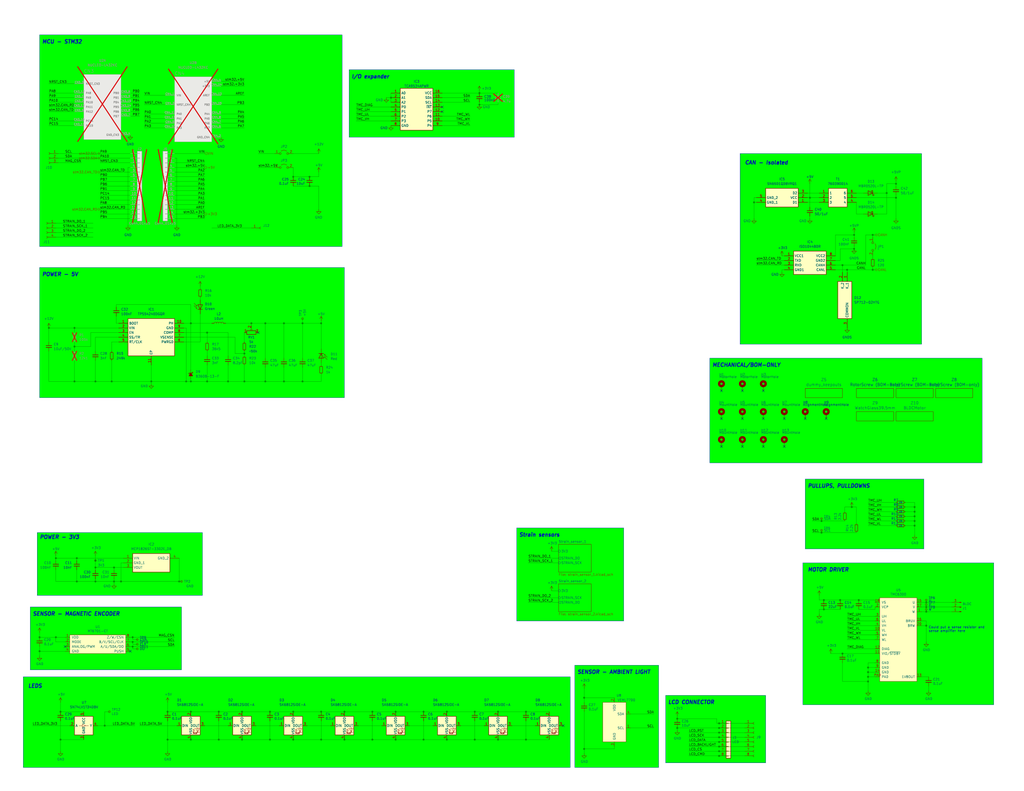
<source format=kicad_sch>
(kicad_sch (version 20230121) (generator eeschema)
  (paper "C")
  (title_block (title "SmartKnob View") (rev "${RELEASE_VERSION}") (company "Scott Bezek") (comment 2 "${COMMIT_DATE_LONG}") (comment 3 "${COMMIT_HASH}"))
  (junction (at 203.2 403.86))
  (junction (at 231.14 388.62))
  (junction (at 369.57 392.43))
  (junction (at 30.48 347.98))
  (junction (at 449.58 327.66))
  (junction (at 147.32 403.86))
  (junction (at 175.26 403.86))
  (junction (at 271.78 403.86))
  (junction (at 458.47 327.66))
  (junction (at 459.74 144.78))
  (junction (at 40.64 208.28))
  (junction (at 499.11 287.02))
  (junction (at 488.95 100.33))
  (junction (at 287.02 388.62))
  (junction (at 231.14 403.86))
  (junction (at 392.43 402.59))
  (junction (at 473.71 369.57))
  (junction (at 505.46 331.47))
  (junction (at 72.39 350.52))
  (junction (at 165.1 176.53))
  (junction (at 30.48 304.8))
  (junction (at 113.03 181.61))
  (junction (at 91.44 388.62))
  (junction (at 132.08 388.62))
  (junction (at 318.77 408.94))
  (junction (at 499.11 281.94))
  (junction (at 168.91 96.52))
  (junction (at 203.2 388.62))
  (junction (at 392.43 405.13))
  (junction (at 124.46 208.28))
  (junction (at 168.91 101.6))
  (junction (at 147.32 388.62))
  (junction (at 243.84 403.86))
  (junction (at 476.25 147.32))
  (junction (at 449.58 332.74))
  (junction (at 41.91 317.5))
  (junction (at 441.96 107.95))
  (junction (at 144.78 208.28))
  (junction (at 132.08 403.86))
  (junction (at 259.08 403.86))
  (junction (at 104.14 403.86))
  (junction (at 104.14 208.28))
  (junction (at 40.64 189.23))
  (junction (at 213.36 53.34))
  (junction (at 466.09 135.89))
  (junction (at 468.63 327.66))
  (junction (at 72.39 353.06))
  (junction (at 60.96 208.28))
  (junction (at 113.03 208.28))
  (junction (at 52.07 317.5))
  (junction (at 392.43 410.21))
  (junction (at 21.59 347.98))
  (junction (at 41.91 304.8))
  (junction (at 392.43 397.51))
  (junction (at 215.9 388.62))
  (junction (at 52.07 306.07))
  (junction (at 52.07 309.88))
  (junction (at 72.39 347.98))
  (junction (at 483.87 105.41))
  (junction (at 160.02 388.62))
  (junction (at 505.46 341.63))
  (junction (at 97.79 317.5))
  (junction (at 488.95 107.95))
  (junction (at 175.26 388.62))
  (junction (at 473.71 372.11))
  (junction (at 462.28 147.32))
  (junction (at 448.31 290.83))
  (junction (at 392.43 400.05))
  (junction (at 411.48 110.49))
  (junction (at 160.02 403.86))
  (junction (at 154.94 208.28))
  (junction (at 104.14 388.62))
  (junction (at 187.96 388.62))
  (junction (at 104.14 176.53))
  (junction (at 175.26 176.53))
  (junction (at 499.11 276.86))
  (junction (at 473.71 367.03))
  (junction (at 392.43 407.67))
  (junction (at 119.38 388.62))
  (junction (at 287.02 403.86))
  (junction (at 33.02 403.86))
  (junction (at 318.77 381))
  (junction (at 57.15 396.24))
  (junction (at 62.23 317.5))
  (junction (at 392.43 412.75))
  (junction (at 33.02 388.62))
  (junction (at 144.78 176.53))
  (junction (at 271.78 388.62))
  (junction (at 62.23 309.88))
  (junction (at 160.02 96.52))
  (junction (at 215.9 403.86))
  (junction (at 464.82 276.86))
  (junction (at 261.62 50.8))
  (junction (at 40.64 179.07))
  (junction (at 466.09 128.27))
  (junction (at 448.31 284.48))
  (junction (at 82.55 208.28))
  (junction (at 165.1 208.28))
  (junction (at 243.84 388.62))
  (junction (at 26.67 179.07))
  (junction (at 154.94 176.53))
  (junction (at 52.07 208.28))
  (junction (at 459.74 356.87))
  (junction (at 392.43 394.97))
  (junction (at 505.46 334.01))
  (junction (at 499.11 279.4))
  (junction (at 101.6 208.28))
  (junction (at 21.59 355.6))
  (junction (at 505.46 328.93))
  (junction (at 476.25 128.27))
  (junction (at 133.35 208.28))
  (junction (at 187.96 403.86))
  (junction (at 133.35 193.04))
  (junction (at 119.38 403.86))
  (junction (at 261.62 57.15))
  (junction (at 91.44 403.86))
  (junction (at 66.04 317.5))
  (junction (at 369.57 397.51))
  (junction (at 473.71 364.49))
  (junction (at 259.08 388.62))
  (junction (at 137.16 176.53))
  (junction (at 499.11 284.48))
  (no_connect (at 405.13 228.6))
  (no_connect (at 427.99 243.84))
  (no_connect (at 241.3 60.96))
  (no_connect (at 307.34 396.24))
  (no_connect (at 405.13 213.36))
  (no_connect (at 416.56 243.84))
  (no_connect (at 140.97 181.61))
  (no_connect (at 393.7 213.36))
  (no_connect (at 393.7 243.84))
  (no_connect (at 71.12 355.6))
  (no_connect (at 393.7 228.6))
  (no_connect (at 241.3 58.42))
  (no_connect (at 439.42 228.6))
  (no_connect (at 427.99 228.6))
  (no_connect (at 416.56 228.6))
  (no_connect (at 450.85 228.6))
  (no_connect (at 416.56 213.36))
  (no_connect (at 35.56 353.06))
  (no_connect (at 405.13 243.84))
  (wire (pts (xy 441.96 107.95) (xy 441.96 113.03)))
  (wire (pts (xy 91.44 393.7) (xy 91.44 403.86)))
  (wire (pts (xy 223.52 396.24) (xy 236.22 396.24)))
  (wire (pts (xy 213.36 50.8) (xy 213.36 53.34)))
  (wire (pts (xy 160.02 388.62) (xy 175.26 388.62)))
  (wire (pts (xy 147.32 388.62) (xy 160.02 388.62)))
  (wire (pts (xy 30.48 124.46) (xy 50.8 124.46)))
  (wire (pts (xy 458.47 135.89) (xy 466.09 135.89)))
  (wire (pts (xy 447.04 327.66) (xy 449.58 327.66)))
  (wire (pts (xy 231.14 388.62) (xy 243.84 388.62)))
  (wire (pts (xy 476.25 147.32) (xy 477.52 147.32)))
  (wire (pts (xy 154.94 208.28) (xy 144.78 208.28)))
  (wire (pts (xy 160.02 83.82) (xy 173.99 83.82)))
  (wire (pts (xy 104.14 176.53) (xy 115.57 176.53)))
  (wire (pts (xy 210.82 53.34) (xy 213.36 53.34)))
  (wire (pts (xy 95.25 99.06) (xy 111.76 99.06)))
  (wire (pts (xy 499.11 274.32) (xy 499.11 276.86)))
  (wire (pts (xy 62.23 317.5) (xy 62.23 316.23)))
  (wire (pts (xy 499.11 287.02) (xy 499.11 292.1)))
  (wire (pts (xy 440.69 105.41) (xy 447.04 105.41)))
  (wire (pts (xy 95.25 116.84) (xy 111.76 116.84)))
  (wire (pts (xy 74.93 354.33) (xy 72.39 354.33)))
  (wire (pts (xy 30.48 350.52) (xy 30.48 347.98)))
  (wire (pts (xy 140.97 91.44) (xy 149.86 91.44)))
  (wire (pts (xy 502.92 341.63) (xy 505.46 341.63)))
  (wire (pts (xy 369.57 391.16) (xy 369.57 392.43)))
  (wire (pts (xy 443.23 284.48) (xy 448.31 284.48)))
  (wire (pts (xy 26.67 208.28) (xy 40.64 208.28)))
  (wire (pts (xy 462.28 148.59) (xy 462.28 147.32)))
  (wire (pts (xy 318.77 381) (xy 335.28 381)))
  (wire (pts (xy 477.52 369.57) (xy 473.71 369.57)))
  (wire (pts (xy 40.64 189.23) (xy 40.64 191.77)))
  (wire (pts (xy 119.38 403.86) (xy 132.08 403.86)))
  (wire (pts (xy 261.62 50.8) (xy 271.78 50.8)))
  (wire (pts (xy 52.07 184.15) (xy 64.77 184.15)))
  (wire (pts (xy 78.74 57.15) (xy 90.17 57.15)))
  (wire (pts (xy 139.7 396.24) (xy 152.4 396.24)))
  (wire (pts (xy 60.96 191.77) (xy 60.96 186.69)))
  (wire (pts (xy 40.64 186.69) (xy 40.64 189.23)))
  (wire (pts (xy 57.15 396.24) (xy 73.66 396.24)))
  (wire (pts (xy 483.87 116.84) (xy 483.87 105.41)))
  (wire (pts (xy 472.44 144.78) (xy 472.44 128.27)))
  (wire (pts (xy 26.67 191.77) (xy 26.67 208.28)))
  (wire (pts (xy 26.67 53.34) (xy 40.64 53.34)))
  (wire (pts (xy 488.95 100.33) (xy 483.87 100.33)))
  (wire (pts (xy 203.2 403.86) (xy 215.9 403.86)))
  (wire (pts (xy 448.31 284.48) (xy 461.01 284.48)))
  (wire (pts (xy 243.84 403.86) (xy 259.08 403.86)))
  (wire (pts (xy 488.95 106.68) (xy 488.95 107.95)))
  (wire (pts (xy 271.78 403.86) (xy 287.02 403.86)))
  (wire (pts (xy 119.38 393.7) (xy 119.38 403.86)))
  (wire (pts (xy 71.12 50.8) (xy 76.2 50.8)))
  (wire (pts (xy 477.52 349.25) (xy 462.28 349.25)))
  (wire (pts (xy 455.93 128.27) (xy 455.93 139.7)))
  (wire (pts (xy 203.2 393.7) (xy 203.2 403.86)))
  (wire (pts (xy 392.43 405.13) (xy 375.92 405.13)))
  (wire (pts (xy 453.39 356.87) (xy 459.74 356.87)))
  (wire (pts (xy 95.25 93.98) (xy 111.76 93.98)))
  (wire (pts (xy 502.92 369.57) (xy 506.73 369.57)))
  (wire (pts (xy 154.94 195.58) (xy 154.94 176.53)))
  (wire (pts (xy 461.01 276.86) (xy 464.82 276.86)))
  (wire (pts (xy 300.99 322.58) (xy 304.8 322.58)))
  (wire (pts (xy 21.59 355.6) (xy 21.59 358.14)))
  (wire (pts (xy 113.03 191.77) (xy 113.03 194.31)))
  (wire (pts (xy 95.25 104.14) (xy 111.76 104.14)))
  (wire (pts (xy 449.58 327.66) (xy 458.47 327.66)))
  (wire (pts (xy 476.25 128.27) (xy 477.52 128.27)))
  (wire (pts (xy 505.46 328.93) (xy 519.43 328.93)))
  (wire (pts (xy 154.94 176.53) (xy 144.78 176.53)))
  (wire (pts (xy 128.27 193.04) (xy 128.27 184.15)))
  (wire (pts (xy 72.39 350.52) (xy 95.25 350.52)))
  (wire (pts (xy 505.46 341.63) (xy 505.46 350.52)))
  (wire (pts (xy 54.61 88.9) (xy 71.12 88.9)))
  (wire (pts (xy 71.12 101.6) (xy 54.61 101.6)))
  (wire (pts (xy 95.25 91.44) (xy 111.76 91.44)))
  (wire (pts (xy 467.36 276.86) (xy 467.36 285.75)))
  (wire (pts (xy 488.95 100.33) (xy 488.95 101.6)))
  (wire (pts (xy 74.93 349.25) (xy 72.39 349.25)))
  (wire (pts (xy 52.07 303.53) (xy 52.07 306.07)))
  (wire (pts (xy 462.28 147.32) (xy 476.25 147.32)))
  (wire (pts (xy 109.22 156.21) (xy 109.22 157.48)))
  (wire (pts (xy 100.33 176.53) (xy 104.14 176.53)))
  (wire (pts (xy 459.74 144.78) (xy 455.93 144.78)))
  (wire (pts (xy 72.39 351.79) (xy 72.39 350.52)))
  (wire (pts (xy 160.02 101.6) (xy 168.91 101.6)))
  (wire (pts (xy 477.52 344.17) (xy 462.28 344.17)))
  (wire (pts (xy 41.91 317.5) (xy 52.07 317.5)))
  (wire (pts (xy 66.04 317.5) (xy 97.79 317.5)))
  (wire (pts (xy 473.71 361.95) (xy 477.52 361.95)))
  (wire (pts (xy 175.26 388.62) (xy 187.96 388.62)))
  (wire (pts (xy 447.04 332.74) (xy 449.58 332.74)))
  (wire (pts (xy 26.67 68.58) (xy 40.64 68.58)))
  (wire (pts (xy 356.87 397.51) (xy 344.17 397.51)))
  (wire (pts (xy 120.65 57.15) (xy 133.35 57.15)))
  (wire (pts (xy 76.2 55.88) (xy 71.12 55.88)))
  (wire (pts (xy 175.26 175.26) (xy 175.26 176.53)))
  (wire (pts (xy 473.71 367.03) (xy 473.71 364.49)))
  (wire (pts (xy 462.28 147.32) (xy 455.93 147.32)))
  (wire (pts (xy 175.26 403.86) (xy 187.96 403.86)))
  (wire (pts (xy 473.71 369.57) (xy 473.71 367.03)))
  (wire (pts (xy 187.96 403.86) (xy 203.2 403.86)))
  (wire (pts (xy 441.96 107.95) (xy 447.04 107.95)))
  (wire (pts (xy 261.62 57.15) (xy 271.78 57.15)))
  (wire (pts (xy 241.3 63.5) (xy 256.54 63.5)))
  (wire (pts (xy 33.02 393.7) (xy 33.02 403.86)))
  (wire (pts (xy 60.96 186.69) (xy 64.77 186.69)))
  (wire (pts (xy 165.1 176.53) (xy 154.94 176.53)))
  (wire (pts (xy 477.52 336.55) (xy 462.28 336.55)))
  (wire (pts (xy 104.14 207.01) (xy 104.14 208.28)))
  (wire (pts (xy 33.02 410.21) (xy 33.02 403.86)))
  (wire (pts (xy 466.09 128.27) (xy 466.09 129.54)))
  (wire (pts (xy 144.78 195.58) (xy 144.78 176.53)))
  (wire (pts (xy 483.87 100.33) (xy 483.87 105.41)))
  (wire (pts (xy 74.93 351.79) (xy 72.39 351.79)))
  (wire (pts (xy 440.69 107.95) (xy 441.96 107.95)))
  (wire (pts (xy 109.22 162.56) (xy 109.22 163.83)))
  (wire (pts (xy 30.48 306.07) (xy 30.48 304.8)))
  (wire (pts (xy 137.16 176.53) (xy 137.16 177.8)))
  (wire (pts (xy 124.46 181.61) (xy 113.03 181.61)))
  (wire (pts (xy 499.11 276.86) (xy 499.11 279.4)))
  (wire (pts (xy 467.36 110.49) (xy 467.36 116.84)))
  (wire (pts (xy 63.5 166.37) (xy 104.14 166.37)))
  (wire (pts (xy 30.48 317.5) (xy 41.91 317.5)))
  (wire (pts (xy 369.57 392.43) (xy 391.16 392.43)))
  (wire (pts (xy 133.35 67.31) (xy 120.65 67.31)))
  (wire (pts (xy 494.03 279.4) (xy 499.11 279.4)))
  (wire (pts (xy 304.8 304.8) (xy 288.29 304.8)))
  (wire (pts (xy 100.33 181.61) (xy 113.03 181.61)))
  (wire (pts (xy 392.43 394.97) (xy 391.16 394.97)))
  (wire (pts (xy 71.12 104.14) (xy 54.61 104.14)))
  (wire (pts (xy 63.5 167.64) (xy 63.5 166.37)))
  (wire (pts (xy 412.75 107.95) (xy 411.48 107.95)))
  (wire (pts (xy 426.72 139.7) (xy 427.99 139.7)))
  (wire (pts (xy 215.9 403.86) (xy 231.14 403.86)))
  (wire (pts (xy 59.69 388.62) (xy 57.15 388.62)))
  (wire (pts (xy 175.26 198.12) (xy 175.26 199.39)))
  (wire (pts (xy 213.36 60.96) (xy 194.31 60.96)))
  (wire (pts (xy 203.2 388.62) (xy 215.9 388.62)))
  (wire (pts (xy 71.12 350.52) (xy 72.39 350.52)))
  (wire (pts (xy 124.46 194.31) (xy 124.46 181.61)))
  (wire (pts (xy 72.39 353.06) (xy 95.25 353.06)))
  (wire (pts (xy 128.27 184.15) (xy 100.33 184.15)))
  (wire (pts (xy 256.54 53.34) (xy 241.3 53.34)))
  (wire (pts (xy 71.12 53.34) (xy 76.2 53.34)))
  (wire (pts (xy 271.78 57.15) (xy 271.78 55.88)))
  (wire (pts (xy 271.78 388.62) (xy 287.02 388.62)))
  (wire (pts (xy 256.54 55.88) (xy 241.3 55.88)))
  (wire (pts (xy 499.11 284.48) (xy 499.11 287.02)))
  (wire (pts (xy 443.23 290.83) (xy 448.31 290.83)))
  (wire (pts (xy 120.65 52.07) (xy 133.35 52.07)))
  (wire (pts (xy 468.63 327.66) (xy 458.47 327.66)))
  (wire (pts (xy 72.39 354.33) (xy 72.39 353.06)))
  (wire (pts (xy 488.95 287.02) (xy 473.71 287.02)))
  (wire (pts (xy 49.53 181.61) (xy 49.53 189.23)))
  (wire (pts (xy 95.25 119.38) (xy 111.76 119.38)))
  (wire (pts (xy 133.35 181.61) (xy 133.35 186.69)))
  (wire (pts (xy 62.23 309.88) (xy 62.23 311.15)))
  (wire (pts (xy 95.25 96.52) (xy 111.76 96.52)))
  (wire (pts (xy 473.71 372.11) (xy 473.71 369.57)))
  (wire (pts (xy 412.75 144.78) (xy 427.99 144.78)))
  (wire (pts (xy 476.25 128.27) (xy 476.25 129.54)))
  (wire (pts (xy 119.38 388.62) (xy 132.08 388.62)))
  (wire (pts (xy 26.67 66.04) (xy 40.64 66.04)))
  (wire (pts (xy 120.65 44.45) (xy 133.35 44.45)))
  (wire (pts (xy 459.74 144.78) (xy 472.44 144.78)))
  (wire (pts (xy 304.8 307.34) (xy 288.29 307.34)))
  (wire (pts (xy 154.94 200.66) (xy 154.94 208.28)))
  (wire (pts (xy 113.03 199.39) (xy 113.03 208.28)))
  (wire (pts (xy 213.36 53.34) (xy 213.36 55.88)))
  (wire (pts (xy 41.91 304.8) (xy 30.48 304.8)))
  (wire (pts (xy 133.35 193.04) (xy 133.35 194.31)))
  (wire (pts (xy 488.95 107.95) (xy 488.95 119.38)))
  (wire (pts (xy 31.75 88.9) (xy 44.45 88.9)))
  (wire (pts (xy 505.46 334.01) (xy 502.92 334.01)))
  (wire (pts (xy 71.12 119.38) (xy 54.61 119.38)))
  (wire (pts (xy 41.91 311.15) (xy 41.91 317.5)))
  (wire (pts (xy 318.77 383.54) (xy 318.77 381)))
  (wire (pts (xy 392.43 397.51) (xy 406.4 397.51)))
  (wire (pts (xy 304.8 326.39) (xy 288.29 326.39)))
  (wire (pts (xy 459.74 361.95) (xy 459.74 372.11)))
  (wire (pts (xy 76.2 63.5) (xy 71.12 63.5)))
  (wire (pts (xy 241.3 68.58) (xy 256.54 68.58)))
  (wire (pts (xy 41.91 304.8) (xy 41.91 306.07)))
  (wire (pts (xy 477.52 364.49) (xy 473.71 364.49)))
  (wire (pts (xy 54.61 96.52) (xy 71.12 96.52)))
  (wire (pts (xy 71.12 106.68) (xy 54.61 106.68)))
  (wire (pts (xy 78.74 62.23) (xy 90.17 62.23)))
  (wire (pts (xy 467.36 116.84) (xy 471.17 116.84)))
  (wire (pts (xy 447.04 325.12) (xy 447.04 327.66)))
  (wire (pts (xy 461.01 279.4) (xy 461.01 276.86)))
  (wire (pts (xy 120.65 69.85) (xy 133.35 69.85)))
  (wire (pts (xy 52.07 191.77) (xy 52.07 184.15)))
  (wire (pts (xy 488.95 281.94) (xy 473.71 281.94)))
  (wire (pts (xy 187.96 388.62) (xy 203.2 388.62)))
  (wire (pts (xy 71.12 347.98) (xy 72.39 347.98)))
  (wire (pts (xy 213.36 58.42) (xy 194.31 58.42)))
  (wire (pts (xy 499.11 276.86) (xy 494.03 276.86)))
  (wire (pts (xy 160.02 96.52) (xy 168.91 96.52)))
  (wire (pts (xy 52.07 311.15) (xy 52.07 309.88)))
  (wire (pts (xy 165.1 200.66) (xy 165.1 208.28)))
  (wire (pts (xy 113.03 208.28) (xy 124.46 208.28)))
  (wire (pts (xy 213.36 63.5) (xy 194.31 63.5)))
  (wire (pts (xy 502.92 339.09) (xy 505.46 339.09)))
  (wire (pts (xy 488.95 99.06) (xy 488.95 100.33)))
  (wire (pts (xy 459.74 372.11) (xy 473.71 372.11)))
  (wire (pts (xy 31.75 83.82) (xy 71.12 83.82)))
  (wire (pts (xy 477.52 327.66) (xy 468.63 327.66)))
  (wire (pts (xy 66.04 307.34) (xy 66.04 317.5)))
  (wire (pts (xy 52.07 316.23) (xy 52.07 317.5)))
  (wire (pts (xy 287.02 393.7) (xy 287.02 403.86)))
  (wire (pts (xy 63.5 176.53) (xy 64.77 176.53)))
  (wire (pts (xy 279.4 396.24) (xy 292.1 396.24)))
  (wire (pts (xy 104.14 388.62) (xy 119.38 388.62)))
  (wire (pts (xy 473.71 364.49) (xy 473.71 361.95)))
  (wire (pts (xy 101.6 208.28) (xy 101.6 179.07)))
  (wire (pts (xy 505.46 327.66) (xy 505.46 328.93)))
  (wire (pts (xy 133.35 193.04) (xy 128.27 193.04)))
  (wire (pts (xy 71.12 114.3) (xy 54.61 114.3)))
  (wire (pts (xy 133.35 208.28) (xy 124.46 208.28)))
  (wire (pts (xy 63.5 176.53) (xy 63.5 172.72)))
  (wire (pts (xy 160.02 91.44) (xy 160.02 96.52)))
  (wire (pts (xy 132.08 403.86) (xy 147.32 403.86)))
  (wire (pts (xy 494.03 284.48) (xy 499.11 284.48)))
  (wire (pts (xy 392.43 394.97) (xy 406.4 394.97)))
  (wire (pts (xy 35.56 350.52) (xy 30.48 350.52)))
  (wire (pts (xy 499.11 279.4) (xy 499.11 281.94)))
  (wire (pts (xy 506.73 374.65) (xy 506.73 377.19)))
  (wire (pts (xy 62.23 309.88) (xy 52.07 309.88)))
  (wire (pts (xy 133.35 208.28) (xy 144.78 208.28)))
  (wire (pts (xy 392.43 412.75) (xy 406.4 412.75)))
  (wire (pts (xy 71.12 353.06) (xy 72.39 353.06)))
  (wire (pts (xy 91.44 383.54) (xy 91.44 388.62)))
  (wire (pts (xy 477.52 332.74) (xy 477.52 331.47)))
  (wire (pts (xy 473.71 367.03) (xy 477.52 367.03)))
  (wire (pts (xy 318.77 411.48) (xy 318.77 408.94)))
  (wire (pts (xy 392.43 402.59) (xy 406.4 402.59)))
  (wire (pts (xy 78.74 64.77) (xy 90.17 64.77)))
  (wire (pts (xy 477.52 328.93) (xy 477.52 327.66)))
  (wire (pts (xy 71.12 111.76) (xy 54.61 111.76)))
  (wire (pts (xy 459.74 356.87) (xy 477.52 356.87)))
  (wire (pts (xy 71.12 60.96) (xy 76.2 60.96)))
  (wire (pts (xy 67.31 309.88) (xy 62.23 309.88)))
  (wire (pts (xy 95.25 106.68) (xy 111.76 106.68)))
  (wire (pts (xy 259.08 403.86) (xy 271.78 403.86)))
  (wire (pts (xy 412.75 142.24) (xy 427.99 142.24)))
  (wire (pts (xy 505.46 330.2) (xy 505.46 331.47)))
  (wire (pts (xy 40.64 196.85) (xy 40.64 208.28)))
  (wire (pts (xy 91.44 388.62) (xy 104.14 388.62)))
  (wire (pts (xy 64.77 181.61) (xy 49.53 181.61)))
  (wire (pts (xy 95.25 88.9) (xy 111.76 88.9)))
  (wire (pts (xy 104.14 176.53) (xy 104.14 201.93)))
  (wire (pts (xy 502.92 331.47) (xy 505.46 331.47)))
  (wire (pts (xy 17.78 396.24) (xy 38.1 396.24)))
  (wire (pts (xy 30.48 303.53) (xy 30.48 304.8)))
  (wire (pts (xy 261.62 57.15) (xy 261.62 55.88)))
  (wire (pts (xy 95.25 111.76) (xy 111.76 111.76)))
  (wire (pts (xy 426.72 147.32) (xy 427.99 147.32)))
  (wire (pts (xy 287.02 403.86) (xy 299.72 403.86)))
  (wire (pts (xy 21.59 355.6) (xy 35.56 355.6)))
  (wire (pts (xy 95.25 114.3) (xy 111.76 114.3)))
  (wire (pts (xy 175.26 190.5) (xy 175.26 176.53)))
  (wire (pts (xy 251.46 396.24) (xy 264.16 396.24)))
  (wire (pts (xy 33.02 403.86) (xy 45.72 403.86)))
  (wire (pts (xy 502.92 328.93) (xy 505.46 328.93)))
  (wire (pts (xy 104.14 208.28) (xy 113.03 208.28)))
  (wire (pts (xy 175.26 208.28) (xy 165.1 208.28)))
  (wire (pts (xy 477.52 346.71) (xy 462.28 346.71)))
  (wire (pts (xy 173.99 101.6) (xy 168.91 101.6)))
  (wire (pts (xy 392.43 410.21) (xy 375.92 410.21)))
  (wire (pts (xy 478.79 116.84) (xy 483.87 116.84)))
  (wire (pts (xy 30.48 121.92) (xy 50.8 121.92)))
  (wire (pts (xy 104.14 176.53) (xy 104.14 166.37)))
  (wire (pts (xy 82.55 208.28) (xy 82.55 209.55)))
  (wire (pts (xy 71.12 91.44) (xy 69.85 91.44)))
  (wire (pts (xy 477.52 354.33) (xy 462.28 354.33)))
  (wire (pts (xy 175.26 204.47) (xy 175.26 208.28)))
  (wire (pts (xy 133.35 46.99) (xy 120.65 46.99)))
  (wire (pts (xy 375.92 407.67) (xy 392.43 407.67)))
  (wire (pts (xy 488.95 274.32) (xy 473.71 274.32)))
  (wire (pts (xy 165.1 195.58) (xy 165.1 176.53)))
  (wire (pts (xy 261.62 49.53) (xy 261.62 50.8)))
  (wire (pts (xy 41.91 304.8) (xy 67.31 304.8)))
  (wire (pts (xy 175.26 176.53) (xy 165.1 176.53)))
  (wire (pts (xy 505.46 339.09) (xy 505.46 341.63)))
  (wire (pts (xy 60.96 208.28) (xy 52.07 208.28)))
  (wire (pts (xy 62.23 317.5) (xy 66.04 317.5)))
  (wire (pts (xy 95.25 109.22) (xy 111.76 109.22)))
  (wire (pts (xy 53.34 396.24) (xy 57.15 396.24)))
  (wire (pts (xy 78.74 69.85) (xy 90.17 69.85)))
  (wire (pts (xy 30.48 311.15) (xy 30.48 317.5)))
  (wire (pts (xy 54.61 93.98) (xy 71.12 93.98)))
  (wire (pts (xy 447.04 332.74) (xy 447.04 335.28)))
  (wire (pts (xy 392.43 400.05) (xy 406.4 400.05)))
  (wire (pts (xy 458.47 142.24) (xy 455.93 142.24)))
  (wire (pts (xy 49.53 189.23) (xy 40.64 189.23)))
  (wire (pts (xy 124.46 199.39) (xy 124.46 208.28)))
  (wire (pts (xy 95.25 83.82) (xy 111.76 83.82)))
  (wire (pts (xy 96.52 86.36) (xy 95.25 86.36)))
  (wire (pts (xy 40.64 179.07) (xy 64.77 179.07)))
  (wire (pts (xy 40.64 208.28) (xy 52.07 208.28)))
  (wire (pts (xy 215.9 388.62) (xy 231.14 388.62)))
  (wire (pts (xy 133.35 199.39) (xy 133.35 208.28)))
  (wire (pts (xy 344.17 389.89) (xy 356.87 389.89)))
  (wire (pts (xy 133.35 191.77) (xy 133.35 193.04)))
  (wire (pts (xy 62.23 317.5) (xy 62.23 318.77)))
  (wire (pts (xy 140.97 83.82) (xy 149.86 83.82)))
  (wire (pts (xy 483.87 105.41) (xy 478.79 105.41)))
  (wire (pts (xy 26.67 45.72) (xy 40.64 45.72)))
  (wire (pts (xy 467.36 107.95) (xy 488.95 107.95)))
  (wire (pts (xy 147.32 403.86) (xy 160.02 403.86)))
  (wire (pts (xy 40.64 179.07) (xy 26.67 179.07)))
  (wire (pts (xy 440.69 110.49) (xy 447.04 110.49)))
  (wire (pts (xy 26.67 179.07) (xy 26.67 186.69)))
  (wire (pts (xy 31.75 86.36) (xy 71.12 86.36)))
  (wire (pts (xy 30.48 129.54) (xy 50.8 129.54)))
  (wire (pts (xy 69.85 91.44) (xy 69.85 123.19)))
  (wire (pts (xy 175.26 393.7) (xy 175.26 403.86)))
  (wire (pts (xy 231.14 403.86) (xy 243.84 403.86)))
  (wire (pts (xy 304.8 328.93) (xy 288.29 328.93)))
  (wire (pts (xy 52.07 317.5) (xy 62.23 317.5)))
  (wire (pts (xy 318.77 381) (xy 318.77 375.92)))
  (wire (pts (xy 441.96 100.33) (xy 441.96 107.95)))
  (wire (pts (xy 95.25 101.6) (xy 111.76 101.6)))
  (wire (pts (xy 488.95 276.86) (xy 473.71 276.86)))
  (wire (pts (xy 466.09 134.62) (xy 466.09 135.89)))
  (wire (pts (xy 60.96 196.85) (xy 60.96 208.28)))
  (wire (pts (xy 147.32 393.7) (xy 147.32 403.86)))
  (wire (pts (xy 241.3 50.8) (xy 261.62 50.8)))
  (wire (pts (xy 392.43 400.05) (xy 375.92 400.05)))
  (wire (pts (xy 488.95 284.48) (xy 473.71 284.48)))
  (wire (pts (xy 82.55 208.28) (xy 60.96 208.28)))
  (wire (pts (xy 33.02 388.62) (xy 45.72 388.62)))
  (wire (pts (xy 213.36 66.04) (xy 194.31 66.04)))
  (wire (pts (xy 91.44 410.21) (xy 91.44 403.86)))
  (wire (pts (xy 231.14 393.7) (xy 231.14 403.86)))
  (wire (pts (xy 448.31 290.83) (xy 467.36 290.83)))
  (wire (pts (xy 165.1 173.99) (xy 165.1 176.53)))
  (wire (pts (xy 30.48 347.98) (xy 35.56 347.98)))
  (wire (pts (xy 477.52 339.09) (xy 462.28 339.09)))
  (wire (pts (xy 97.79 304.8) (xy 97.79 317.5)))
  (wire (pts (xy 123.19 176.53) (xy 137.16 176.53)))
  (wire (pts (xy 57.15 388.62) (xy 57.15 396.24)))
  (wire (pts (xy 67.31 307.34) (xy 66.04 307.34)))
  (wire (pts (xy 458.47 332.74) (xy 449.58 332.74)))
  (wire (pts (xy 133.35 64.77) (xy 120.65 64.77)))
  (wire (pts (xy 173.99 101.6) (xy 173.99 114.3)))
  (wire (pts (xy 40.64 179.07) (xy 40.64 181.61)))
  (wire (pts (xy 91.44 403.86) (xy 104.14 403.86)))
  (wire (pts (xy 100.33 179.07) (xy 101.6 179.07)))
  (wire (pts (xy 241.3 66.04) (xy 256.54 66.04)))
  (wire (pts (xy 165.1 208.28) (xy 154.94 208.28)))
  (wire (pts (xy 392.43 405.13) (xy 406.4 405.13)))
  (wire (pts (xy 392.43 410.21) (xy 406.4 410.21)))
  (wire (pts (xy 472.44 128.27) (xy 476.25 128.27)))
  (wire (pts (xy 411.48 110.49) (xy 411.48 119.38)))
  (wire (pts (xy 52.07 306.07) (xy 52.07 309.88)))
  (wire (pts (xy 335.28 407.67) (xy 335.28 408.94)))
  (wire (pts (xy 494.03 281.94) (xy 499.11 281.94)))
  (wire (pts (xy 115.57 124.46) (xy 137.16 124.46)))
  (wire (pts (xy 464.82 276.86) (xy 467.36 276.86)))
  (wire (pts (xy 82.55 208.28) (xy 101.6 208.28)))
  (wire (pts (xy 33.02 383.54) (xy 33.02 388.62)))
  (wire (pts (xy 133.35 62.23) (xy 120.65 62.23)))
  (wire (pts (xy 455.93 128.27) (xy 466.09 128.27)))
  (wire (pts (xy 113.03 181.61) (xy 113.03 186.69)))
  (wire (pts (xy 160.02 403.86) (xy 175.26 403.86)))
  (wire (pts (xy 109.22 171.45) (xy 109.22 186.69)))
  (wire (pts (xy 466.09 127) (xy 466.09 128.27)))
  (wire (pts (xy 392.43 407.67) (xy 406.4 407.67)))
  (wire (pts (xy 26.67 50.8) (xy 40.64 50.8)))
  (wire (pts (xy 72.39 349.25) (xy 72.39 347.98)))
  (wire (pts (xy 494.03 287.02) (xy 499.11 287.02)))
  (wire (pts (xy 21.59 353.06) (xy 21.59 355.6)))
  (wire (pts (xy 168.91 96.52) (xy 173.99 96.52)))
  (wire (pts (xy 76.2 58.42) (xy 71.12 58.42)))
  (wire (pts (xy 318.77 408.94) (xy 318.77 388.62)))
  (wire (pts (xy 473.71 377.19) (xy 473.71 372.11)))
  (wire (pts (xy 369.57 397.51) (xy 392.43 397.51)))
  (wire (pts (xy 100.33 186.69) (xy 109.22 186.69)))
  (wire (pts (xy 375.92 402.59) (xy 392.43 402.59)))
  (wire (pts (xy 132.08 388.62) (xy 147.32 388.62)))
  (wire (pts (xy 26.67 60.96) (xy 40.64 60.96)))
  (wire (pts (xy 411.48 110.49) (xy 412.75 110.49)))
  (wire (pts (xy 448.31 289.56) (xy 448.31 290.83)))
  (wire (pts (xy 441.96 118.11) (xy 441.96 119.38)))
  (wire (pts (xy 167.64 396.24) (xy 180.34 396.24)))
  (wire (pts (xy 111.76 396.24) (xy 124.46 396.24)))
  (wire (pts (xy 287.02 388.62) (xy 299.72 388.62)))
  (wire (pts (xy 459.74 144.78) (xy 459.74 148.59)))
  (wire (pts (xy 104.14 403.86) (xy 119.38 403.86)))
  (wire (pts (xy 505.46 334.01) (xy 519.43 334.01)))
  (wire (pts (xy 144.78 200.66) (xy 144.78 208.28)))
  (wire (pts (xy 82.55 199.39) (xy 82.55 208.28)))
  (wire (pts (xy 335.28 408.94) (xy 318.77 408.94)))
  (wire (pts (xy 101.6 208.28) (xy 104.14 208.28)))
  (wire (pts (xy 30.48 127) (xy 50.8 127)))
  (wire (pts (xy 243.84 388.62) (xy 259.08 388.62)))
  (wire (pts (xy 411.48 107.95) (xy 411.48 110.49)))
  (wire (pts (xy 30.48 347.98) (xy 21.59 347.98)))
  (wire (pts (xy 494.03 274.32) (xy 499.11 274.32)))
  (wire (pts (xy 97.79 317.5) (xy 99.06 317.5)))
  (wire (pts (xy 78.74 67.31) (xy 90.17 67.31)))
  (wire (pts (xy 426.72 148.59) (xy 426.72 147.32)))
  (wire (pts (xy 471.17 105.41) (xy 467.36 105.41)))
  (wire (pts (xy 96.52 123.19) (xy 96.52 86.36)))
  (wire (pts (xy 259.08 388.62) (xy 271.78 388.62)))
  (wire (pts (xy 505.46 331.47) (xy 519.43 331.47)))
  (wire (pts (xy 300.99 300.99) (xy 304.8 300.99)))
  (wire (pts (xy 52.07 196.85) (xy 52.07 208.28)))
  (wire (pts (xy 375.92 412.75) (xy 392.43 412.75)))
  (wire (pts (xy 458.47 135.89) (xy 458.47 142.24)))
  (wire (pts (xy 54.61 99.06) (xy 71.12 99.06)))
  (wire (pts (xy 477.52 341.63) (xy 462.28 341.63)))
  (wire (pts (xy 476.25 139.7) (xy 476.25 140.97)))
  (wire (pts (xy 468.63 332.74) (xy 477.52 332.74)))
  (wire (pts (xy 71.12 116.84) (xy 54.61 116.84)))
  (wire (pts (xy 21.59 347.98) (xy 21.59 345.44)))
  (wire (pts (xy 26.67 58.42) (xy 40.64 58.42)))
  (wire (pts (xy 76.2 396.24) (xy 96.52 396.24)))
  (wire (pts (xy 173.99 96.52) (xy 173.99 93.98)))
  (wire (pts (xy 71.12 109.22) (xy 54.61 109.22)))
  (wire (pts (xy 144.78 176.53) (xy 137.16 176.53)))
  (wire (pts (xy 26.67 55.88) (xy 40.64 55.88)))
  (wire (pts (xy 391.16 392.43) (xy 391.16 394.97)))
  (wire (pts (xy 488.95 279.4) (xy 473.71 279.4)))
  (wire (pts (xy 476.25 146.05) (xy 476.25 147.32)))
  (wire (pts (xy 499.11 281.94) (xy 499.11 284.48)))
  (wire (pts (xy 195.58 396.24) (xy 208.28 396.24)))
  (wire (pts (xy 448.31 283.21) (xy 448.31 284.48)))
  (wire (pts (xy 369.57 397.51) (xy 369.57 398.78)))
  (wire (pts (xy 505.46 332.74) (xy 505.46 334.01)))
  (wire (pts (xy 72.39 347.98) (xy 95.25 347.98)))
  (wire (pts (xy 259.08 393.7) (xy 259.08 403.86)))
  (wire (pts (xy 78.74 52.07) (xy 90.17 52.07)))
  (rectangle (start 190.5 38.1) (end 280.67 74.93) (fill (type color) (color 0 255 0 1)))
  (rectangle (start 313.69 363.22) (end 359.41 419.1) (fill (type color) (color 0 255 0 1)))
  (rectangle (start 21.59 146.05) (end 187.96 217.17) (fill (type color) (color 0 255 0 1)))
  (rectangle (start 12.7 369.57) (end 311.15 419.1) (fill (type color) (color 0 255 0 1)))
  (rectangle (start 281.94 288.29) (end 340.36 339.09) (fill (type color) (color 0 255 0 1)))
  (rectangle (start 16.51 331.47) (end 99.06 365.76) (fill (type color) (color 0 255 0 1)))
  (rectangle (start 363.22 379.73) (end 417.83 416.56) (fill (type color) (color 0 255 0 1)))
  (rectangle (start 439.42 261.62) (end 504.19 299.72) (fill (type color) (color 0 255 0 1)))
  (rectangle (start 21.59 19.05) (end 186.69 134.62) (fill (type color) (color 0 255 0 1)))
  (rectangle (start 438.15 307.34) (end 542.29 384.81) (fill (type color) (color 0 255 0 1)))
  (rectangle (start 387.35 195.58) (end 535.94 252.73) (fill (type color) (color 0 255 0 1)))
  (rectangle (start 403.86 83.82) (end 502.92 187.96) (fill (type color) (color 0 255 0 1)))
  (rectangle (start 20.32 290.83) (end 110.49 325.12) (fill (type color) (color 0 255 0 1)))
  (text "POWER - 3V3" (at 21.59 294.64 0) (effects (font (size 2.0066 2.0066) (thickness 0.4013) bold italic) (justify left bottom)))
  (text "Could put a sense resistor and\nsense amplifier here" (at 506.73 345.44 0) (effects (font (size 1.27 1.27)) (justify left bottom)))
  (text "MCU - STM32" (at 22.86 24.13 0) (effects (font (size 2.0066 2.0066) (thickness 0.4013) bold italic) (justify left bottom)))
  (text "SENSOR - MAGNETIC ENCODER" (at 17.78 336.55 0) (effects (font (size 2.0066 2.0066) (thickness 0.4013) bold italic) (justify left bottom)))
  (text "MOTOR DRIVER" (at 440.69 312.42 0) (effects (font (size 2.0066 2.0066) (thickness 0.4013) bold italic) (justify left bottom)))
  (text "MECHANICAL/BOM-ONLY" (at 388.62 200.66 0) (effects (font (size 2.0066 2.0066) (thickness 0.4013) bold italic) (justify left bottom)))
  (text "CAN - Isolated" (at 406.4 90.17 0) (effects (font (size 2.0066 2.0066) (thickness 0.4013) bold italic) (justify left bottom)))
  (text "SENSOR - AMBIENT LIGHT" (at 314.96 368.3 0) (effects (font (size 2.0066 2.0066) (thickness 0.4013) bold italic) (justify left bottom)))
  (text "LEDS" (at 15.24 375.92 0) (effects (font (size 2.0066 2.0066) (thickness 0.4013) bold italic) (justify left bottom)))
  (text "POWER - 5V" (at 22.86 151.13 0) (effects (font (size 2.0066 2.0066) (thickness 0.4013) bold italic) (justify left bottom)))
  (text "PULLUPS, PULLDOWNS" (at 440.69 266.7 0) (effects (font (size 2.0066 2.0066) (thickness 0.4013) bold italic) (justify left bottom)))
  (text "Strain sensors" (at 283.21 293.37 0) (effects (font (size 2.0066 2.0066) (thickness 0.4013) bold italic) (justify left bottom)))
  (text "I/O expander" (at 191.77 43.18 0) (effects (font (size 2.0066 2.0066) (thickness 0.4013) bold italic) (justify left bottom)))
  (text "LCD CONNECTOR" (at 364.49 384.81 0) (effects (font (size 2.0066 2.0066) (thickness 0.4013) bold italic) (justify left bottom)))
  (label "MAG_CSN" (at 95.25 347.98 180))
  (label "LCD_RST" (at 375.92 400.05 0))
  (label "TMC_VL" (at 473.71 287.02 0))
  (label "SCL" (at 95.25 350.52 180))
  (label "PB5" (at 54.61 116.84 0))
  (label "STRAIN_DO_2" (at 34.29 127 0))
  (label "stm32.CAN_TD" (at 412.75 142.24 0))
  (label "LCD_BACKLIGHT" (at 375.92 407.67 0))
  (label "NRST_CN3" (at 54.61 88.9 0))
  (label "TMC_VH" (at 194.31 66.04 0))
  (label "PB7" (at 76.2 63.5 180))
  (label "stm32.CAN_TD" (at 54.61 93.98 0))
  (label "VIN" (at 111.76 83.82 180))
  (label "LED_DATA_5V" (at 76.2 396.24 0))
  (label "PA2" (at 111.76 93.98 180))
  (label "SCL" (at 356.87 397.51 180))
  (label "PA5" (at 133.35 64.77 180))
  (label "TMC_UL" (at 462.28 339.09 0))
  (label "PA1" (at 111.76 109.22 180))
  (label "PC15" (at 26.67 68.58 0))
  (label "stm32.+5V" (at 140.97 91.44 0))
  (label "PA7" (at 111.76 96.52 180))
  (label "PA3" (at 111.76 106.68 180))
  (label "PA7" (at 133.35 69.85 180))
  (label "PA9" (at 54.61 83.82 0))
  (label "STRAIN_DO_1" (at 34.29 121.92 0))
  (label "MAG_CSN" (at 35.56 88.9 0))
  (label "TMC_DIAG" (at 462.28 354.33 0))
  (label "TMC_WH" (at 256.54 66.04 180))
  (label "PB0" (at 54.61 96.52 0))
  (label "PB7" (at 54.61 99.06 0))
  (label "TMC_UL" (at 194.31 63.5 0))
  (label "TMC_VH" (at 473.71 276.86 0))
  (label "VIN" (at 78.74 52.07 0))
  (label "AREF" (at 111.76 114.3 180))
  (label "PA9" (at 26.67 53.34 0))
  (label "stm32.+5V" (at 133.35 44.45 180))
  (label "TMC_UL" (at 473.71 281.94 0))
  (label "stm32.CAN_RD" (at 54.61 114.3 0))
  (label "CANL" (at 472.44 147.32 180))
  (label "LED_DATA_5V" (at 73.66 396.24 180))
  (label "STRAIN_SCK_1" (at 288.29 307.34 0))
  (label "TMC_VL" (at 256.54 68.58 180))
  (label "PC15" (at 54.61 109.22 0))
  (label "stm32.CAN_RD" (at 412.75 144.78 0))
  (label "PB6" (at 76.2 60.96 180))
  (label "PB4" (at 76.2 55.88 180))
  (label "TMC_UH" (at 462.28 336.55 0))
  (label "TMC_VL" (at 462.28 344.17 0))
  (label "LCD_SCK" (at 375.92 402.59 0))
  (label "PA6" (at 133.35 67.31 180))
  (label "SDA" (at 356.87 389.89 180))
  (label "PB6" (at 54.61 101.6 0))
  (label "SCL" (at 443.23 290.83 0))
  (label "TMC_UH" (at 194.31 60.96 0))
  (label "SDA" (at 443.23 284.48 0))
  (label "SCL" (at 35.56 83.82 0))
  (label "PA6" (at 111.76 99.06 180))
  (label "TMC_WH" (at 462.28 346.71 0))
  (label "NRST_CN4" (at 111.76 88.9 180))
  (label "PA0" (at 111.76 111.76 180))
  (label "TMC_WL" (at 473.71 284.48 0))
  (label "VIN" (at 140.97 83.82 0))
  (label "NRST_CN4" (at 78.74 57.15 0))
  (label "stm32.+3V3" (at 133.35 46.99 180))
  (label "LCD_CS" (at 375.92 410.21 0))
  (label "PB5" (at 76.2 58.42 180))
  (label "TMC_UH" (at 473.71 274.32 0))
  (label "PA2" (at 78.74 67.31 0))
  (label "PA10" (at 26.67 55.88 0))
  (label "SDA" (at 35.56 86.36 0))
  (label "TMC_WL" (at 462.28 349.25 0))
  (label "stm32.+3V3" (at 111.76 116.84 180))
  (label "PA8" (at 54.61 111.76 0))
  (label "STRAIN_SCK_2" (at 288.29 328.93 0))
  (label "stm32.+5V" (at 111.76 91.44 180))
  (label "PB3" (at 133.35 57.15 180))
  (label "PA3" (at 78.74 69.85 0))
  (label "STRAIN_SCK_2" (at 34.29 129.54 0))
  (label "PA8" (at 26.67 50.8 0))
  (label "STRAIN_DO_2" (at 288.29 326.39 0))
  (label "PA0" (at 78.74 62.23 0))
  (label "PB4" (at 54.61 119.38 0))
  (label "stm32.CAN_TD" (at 26.67 60.96 0))
  (label "CANH" (at 472.44 144.78 180))
  (label "PA5" (at 111.76 101.6 180))
  (label "STRAIN_SCK_1" (at 34.29 124.46 0))
  (label "PC14" (at 26.67 66.04 0))
  (label "NRST_CN3" (at 26.67 45.72 0))
  (label "TMC_WH" (at 473.71 279.4 0))
  (label "AREF" (at 133.35 52.07 180))
  (label "SDA" (at 256.54 53.34 180))
  (label "PB1" (at 54.61 104.14 0))
  (label "TMC_VH" (at 462.28 341.63 0))
  (label "stm32.CAN_RD" (at 26.67 58.42 0))
  (label "STRAIN_DO_1" (at 288.29 304.8 0))
  (label "LED_DATA_3V3" (at 132.08 124.46 180))
  (label "PA1" (at 78.74 64.77 0))
  (label "LCD_CMD" (at 375.92 412.75 0))
  (label "SCL" (at 256.54 55.88 180))
  (label "PB0" (at 76.2 50.8 180))
  (label "PC14" (at 54.61 106.68 0))
  (label "PA4" (at 133.35 62.23 180))
  (label "LCD_DATA" (at 375.92 405.13 0))
  (label "TMC_DIAG" (at 194.31 58.42 0))
  (label "LED_DATA_3V3" (at 17.78 396.24 0))
  (label "PB1" (at 76.2 53.34 180))
  (label "PA10" (at 54.61 86.36 0))
  (label "TMC_WL" (at 256.54 63.5 180))
  (label "PA4" (at 111.76 104.14 180))
  (label "PB3" (at 111.76 119.38 180))
  (label "SDA" (at 95.25 353.06 180))
  (hierarchical_label "CANL" (shape bidirectional) (at 477.52 147.32 0))
  (hierarchical_label "stm32.CAN_TD" (shape bidirectional) (at 54.61 93.98 180))
  (hierarchical_label "VIN" (shape input) (at 111.76 83.82 0))
  (hierarchical_label "CANH" (shape bidirectional) (at 477.52 128.27 0))
  (hierarchical_label "stm32.SDA" (shape bidirectional) (at 54.61 86.36 180))
  (hierarchical_label "stm32.SCL" (shape bidirectional) (at 54.61 83.82 180))
  (hierarchical_label "+3V3" (shape output) (at 111.76 116.84 0))
  (hierarchical_label "stm32.CAN_RD" (shape bidirectional) (at 54.61 114.3 180))
  (hierarchical_label "+5V" (shape output) (at 111.76 91.44 0))
  (symbol (lib_id "MagnTek:MT6701-CT") (at 52.07 351.79 0) (unit 1)
    (property "Reference" "U1" (at 53.34 342.265 0))
    (property "Value" "MT6701-CT" (at 53.34 344.5764 0))
    (property "Footprint" "Package_SO:SOIC-8_3.9x4.9mm_P1.27mm" (effects hide))
    (property "LCSC" "C2856764, or C3003196" (effects hide))
    (property "Digikey" "N/A" (effects hide))
    (property "Mouser" "N/A" (effects hide))
  )
  (symbol (lib_id "SK6812:SK6812SIDE-A") (at 104.14 396.24 0) (unit 1)
    (property "Reference" "D1" (at 96.52 382.27 0) (effects (justify left)))
    (property "Value" "SK6812SIDE-A" (at 96.52 384.81 0) (effects (justify left)))
    (property "Footprint" "sk6812:SK6812-SIDE-A" (effects hide))
    (property "AliExpress" "https://www.aliexpress.com/item/10000009330139.html" (effects hide))
    (property "Digikey" "1528-4691-ND" (effects hide))
    (property "Mouser" "485-4691" (effects hide))
    (property "LCSC" "C2890037" (effects hide))
  )
  (symbol (lib_id "Device:C_Small") (at 91.44 391.16 0) (unit 1)
    (property "Reference" "C1" (at 93.7768 389.9916 0) (effects (justify left)))
    (property "Value" "0.1uF" (at 93.7768 392.303 0) (effects (justify left)))
    (property "Footprint" "Capacitor_SMD:C_0603_1608Metric" (effects hide))
    (property "LCSC" "C1591" (effects hide))
    (property "Digikey" "1276-1935-1-ND" (effects hide))
    (property "Mouser" "187-CL10B104KB8NNWC" (effects hide))
  )
  (symbol (lib_id "SK6812:SK6812SIDE-A") (at 132.08 396.24 0) (unit 1)
    (property "Reference" "D2" (at 124.46 382.27 0) (effects (justify left)))
    (property "Value" "SK6812SIDE-A" (at 124.46 384.81 0) (effects (justify left)))
    (property "Footprint" "sk6812:SK6812-SIDE-A" (effects hide))
    (property "AliExpress" "https://www.aliexpress.com/item/10000009330139.html" (effects hide))
    (property "Digikey" "1528-4691-ND" (effects hide))
    (property "Mouser" "485-4691" (effects hide))
    (property "LCSC" "C2890037" (effects hide))
  )
  (symbol (lib_id "Device:C_Small") (at 119.38 391.16 0) (unit 1)
    (property "Reference" "C2" (at 121.7168 389.9916 0) (effects (justify left)))
    (property "Value" "0.1uF" (at 121.7168 392.303 0) (effects (justify left)))
    (property "Footprint" "Capacitor_SMD:C_0603_1608Metric" (effects hide))
    (property "LCSC" "C1591" (effects hide))
    (property "Digikey" "1276-1935-1-ND" (effects hide))
    (property "Mouser" "187-CL10B104KB8NNWC" (effects hide))
  )
  (symbol (lib_id "SK6812:SK6812SIDE-A") (at 160.02 396.24 0) (unit 1)
    (property "Reference" "D3" (at 152.4 382.27 0) (effects (justify left)))
    (property "Value" "SK6812SIDE-A" (at 152.4 384.81 0) (effects (justify left)))
    (property "Footprint" "sk6812:SK6812-SIDE-A" (effects hide))
    (property "AliExpress" "https://www.aliexpress.com/item/10000009330139.html" (effects hide))
    (property "Digikey" "1528-4691-ND" (effects hide))
    (property "Mouser" "485-4691" (effects hide))
    (property "LCSC" "C2890037" (effects hide))
  )
  (symbol (lib_id "Device:C_Small") (at 147.32 391.16 0) (unit 1)
    (property "Reference" "C3" (at 149.6568 389.9916 0) (effects (justify left)))
    (property "Value" "0.1uF" (at 149.6568 392.303 0) (effects (justify left)))
    (property "Footprint" "Capacitor_SMD:C_0603_1608Metric" (effects hide))
    (property "LCSC" "C1591" (effects hide))
    (property "Digikey" "1276-1935-1-ND" (effects hide))
    (property "Mouser" "187-CL10B104KB8NNWC" (effects hide))
  )
  (symbol (lib_id "SK6812:SK6812SIDE-A") (at 187.96 396.24 0) (unit 1)
    (property "Reference" "D4" (at 180.34 382.27 0) (effects (justify left)))
    (property "Value" "SK6812SIDE-A" (at 180.34 384.81 0) (effects (justify left)))
    (property "Footprint" "sk6812:SK6812-SIDE-A" (effects hide))
    (property "AliExpress" "https://www.aliexpress.com/item/10000009330139.html" (effects hide))
    (property "Digikey" "1528-4691-ND" (effects hide))
    (property "Mouser" "485-4691" (effects hide))
    (property "LCSC" "C2890037" (effects hide))
  )
  (symbol (lib_id "Device:C_Small") (at 175.26 391.16 0) (unit 1)
    (property "Reference" "C4" (at 177.5968 389.9916 0) (effects (justify left)))
    (property "Value" "0.1uF" (at 177.5968 392.303 0) (effects (justify left)))
    (property "Footprint" "Capacitor_SMD:C_0603_1608Metric" (effects hide))
    (property "LCSC" "C1591" (effects hide))
    (property "Digikey" "1276-1935-1-ND" (effects hide))
    (property "Mouser" "187-CL10B104KB8NNWC" (effects hide))
  )
  (symbol (lib_id "SK6812:SK6812SIDE-A") (at 215.9 396.24 0) (unit 1)
    (property "Reference" "D5" (at 208.28 382.27 0) (effects (justify left)))
    (property "Value" "SK6812SIDE-A" (at 208.28 384.81 0) (effects (justify left)))
    (property "Footprint" "sk6812:SK6812-SIDE-A" (effects hide))
    (property "AliExpress" "https://www.aliexpress.com/item/10000009330139.html" (effects hide))
    (property "Digikey" "1528-4691-ND" (effects hide))
    (property "Mouser" "485-4691" (effects hide))
    (property "LCSC" "C2890037" (effects hide))
  )
  (symbol (lib_id "Device:C_Small") (at 203.2 391.16 0) (unit 1)
    (property "Reference" "C5" (at 205.5368 389.9916 0) (effects (justify left)))
    (property "Value" "0.1uF" (at 205.5368 392.303 0) (effects (justify left)))
    (property "Footprint" "Capacitor_SMD:C_0603_1608Metric" (effects hide))
    (property "LCSC" "C1591" (effects hide))
    (property "Digikey" "1276-1935-1-ND" (effects hide))
    (property "Mouser" "187-CL10B104KB8NNWC" (effects hide))
  )
  (symbol (lib_id "SK6812:SK6812SIDE-A") (at 243.84 396.24 0) (unit 1)
    (property "Reference" "D6" (at 236.22 382.27 0) (effects (justify left)))
    (property "Value" "SK6812SIDE-A" (at 236.22 384.81 0) (effects (justify left)))
    (property "Footprint" "sk6812:SK6812-SIDE-A" (effects hide))
    (property "AliExpress" "https://www.aliexpress.com/item/10000009330139.html" (effects hide))
    (property "Digikey" "1528-4691-ND" (effects hide))
    (property "Mouser" "485-4691" (effects hide))
    (property "LCSC" "C2890037" (effects hide))
  )
  (symbol (lib_id "Device:C_Small") (at 231.14 391.16 0) (unit 1)
    (property "Reference" "C6" (at 233.4768 389.9916 0) (effects (justify left)))
    (property "Value" "0.1uF" (at 233.4768 392.303 0) (effects (justify left)))
    (property "Footprint" "Capacitor_SMD:C_0603_1608Metric" (effects hide))
    (property "LCSC" "C1591" (effects hide))
    (property "Digikey" "1276-1935-1-ND" (effects hide))
    (property "Mouser" "187-CL10B104KB8NNWC" (effects hide))
  )
  (symbol (lib_id "SK6812:SK6812SIDE-A") (at 271.78 396.24 0) (unit 1)
    (property "Reference" "D7" (at 264.16 382.27 0) (effects (justify left)))
    (property "Value" "SK6812SIDE-A" (at 264.16 384.81 0) (effects (justify left)))
    (property "Footprint" "sk6812:SK6812-SIDE-A" (effects hide))
    (property "AliExpress" "https://www.aliexpress.com/item/10000009330139.html" (effects hide))
    (property "Digikey" "1528-4691-ND" (effects hide))
    (property "Mouser" "485-4691" (effects hide))
    (property "LCSC" "C2890037" (effects hide))
  )
  (symbol (lib_id "Device:C_Small") (at 259.08 391.16 0) (unit 1)
    (property "Reference" "C7" (at 261.4168 389.9916 0) (effects (justify left)))
    (property "Value" "0.1uF" (at 261.4168 392.303 0) (effects (justify left)))
    (property "Footprint" "Capacitor_SMD:C_0603_1608Metric" (effects hide))
    (property "LCSC" "C1591" (effects hide))
    (property "Digikey" "1276-1935-1-ND" (effects hide))
    (property "Mouser" "187-CL10B104KB8NNWC" (effects hide))
  )
  (symbol (lib_id "SK6812:SK6812SIDE-A") (at 299.72 396.24 0) (unit 1)
    (property "Reference" "D8" (at 292.1 382.27 0) (effects (justify left)))
    (property "Value" "SK6812SIDE-A" (at 292.1 384.81 0) (effects (justify left)))
    (property "Footprint" "sk6812:SK6812-SIDE-A" (effects hide))
    (property "AliExpress" "https://www.aliexpress.com/item/10000009330139.html" (effects hide))
    (property "Digikey" "1528-4691-ND" (effects hide))
    (property "Mouser" "485-4691" (effects hide))
    (property "LCSC" "C2890037" (effects hide))
  )
  (symbol (lib_id "Device:C_Small") (at 287.02 391.16 0) (unit 1)
    (property "Reference" "C8" (at 289.3568 389.9916 0) (effects (justify left)))
    (property "Value" "0.1uF" (at 289.3568 392.303 0) (effects (justify left)))
    (property "Footprint" "Capacitor_SMD:C_0603_1608Metric" (effects hide))
    (property "LCSC" "C1591" (effects hide))
    (property "Digikey" "1276-1935-1-ND" (effects hide))
    (property "Mouser" "187-CL10B104KB8NNWC" (effects hide))
  )
  (symbol (lib_id "power:+5V") (at 91.44 383.54 0) (unit 1)
    (property "Reference" "#PWR0107" (effects hide))
    (property "Value" "+5V" (at 91.821 379.1458 0))
  )
  (symbol (lib_id "power:GND") (at 91.44 410.21 0) (unit 1)
    (property "Reference" "#PWR0108" (effects hide))
    (property "Value" "GND" (at 91.567 414.6042 0))
  )
  (symbol (lib_id "Connector:Conn_01x03_Male") (at 524.51 331.47 180) (unit 1)
    (property "Reference" "J1" (at 525.2212 332.0796 0) (effects (justify right)))
    (property "Value" "BLDC" (at 525.2212 329.7682 0) (effects (justify right)))
    (property "Footprint" "Molex:532610371" (effects hide))
    (property "LCSC" "C293630" (effects hide))
    (property "Digikey" "WM7621CT-ND" (effects hide))
    (property "Mouser" "538-53261-0371" (effects hide))
  )
  (symbol (lib_id "Mechanical:MountingHole_Pad") (at 393.7 210.82 0) (unit 1)
    (property "Reference" "H1" (at 392.43 204.47 0) (effects (justify left)))
    (property "Value" "MotorHole" (at 392.43 205.74 0) (effects (justify left)))
    (property "Footprint" "Holes:MountingHole_M1.6" (effects hide))
    (property "Note" "Screw: M1.6x10 (countersunk), or M1.6x9 (pan/round). LCSC min qty 50 (but still very cheap)" (effects hide))
    (property "LCSC" "C2931389" (effects hide))
  )
  (symbol (lib_id "Mechanical:MountingHole_Pad") (at 405.13 210.82 0) (unit 1)
    (property "Reference" "H2" (at 403.86 204.47 0) (effects (justify left)))
    (property "Value" "MotorHole" (at 403.86 205.74 0) (effects (justify left)))
    (property "Footprint" "Holes:MountingHole_M1.6" (effects hide))
    (property "Note" "Screw: M1.6x10 (countersunk), or M1.6x9 (pan/round). LCSC min qty 50 (but still very cheap)" (effects hide))
    (property "LCSC" "C2931389" (effects hide))
  )
  (symbol (lib_id "Mechanical:MountingHole_Pad") (at 416.56 210.82 0) (unit 1)
    (property "Reference" "H3" (at 415.29 204.47 0) (effects (justify left)))
    (property "Value" "MotorHole" (at 415.29 205.74 0) (effects (justify left)))
    (property "Footprint" "Holes:MountingHole_M1.6" (effects hide))
    (property "Note" "Screw: M1.6x10 (countersunk), or M1.6x9 (pan/round). LCSC min qty 50 (but still very cheap)" (effects hide))
    (property "LCSC" "C2931389" (effects hide))
  )
  (symbol (lib_id "Mechanical:MountingHole_Pad") (at 393.7 226.06 0) (unit 1)
    (property "Reference" "H4" (at 392.43 219.71 0) (effects (justify left)))
    (property "Value" "MountHole" (at 392.43 220.98 0) (effects (justify left)))
    (property "Footprint" "Holes:MountingHole_2.2mm_M2_ISO7380_Pad_NonVirtual" (effects hide))
    (property "Note" "Screw: M2x5 (pan/round); Nut: M2 hex. LCSC min qty 50 (but still very cheap)" (effects hide))
    (property "LCSC" "C2911210 or C2911532 (screw), C2961595 (nut)" (effects hide))
  )
  (symbol (lib_id "Mechanical:MountingHole_Pad") (at 405.13 226.06 0) (unit 1)
    (property "Reference" "H5" (at 403.86 219.71 0) (effects (justify left)))
    (property "Value" "MountHole" (at 403.86 220.98 0) (effects (justify left)))
    (property "Footprint" "Holes:MountingHole_2.2mm_M2_ISO7380_Pad_NonVirtual" (effects hide))
    (property "Note" "Screw: M2x5 (pan/round); Nut: M2 hex. LCSC min qty 50 (but still very cheap)" (effects hide))
    (property "LCSC" "C2911210 or C2911532 (screw), C2961595 (nut)" (effects hide))
  )
  (symbol (lib_id "Mechanical:MountingHole_Pad") (at 416.56 226.06 0) (unit 1)
    (property "Reference" "H6" (at 415.29 219.71 0) (effects (justify left)))
    (property "Value" "MountHole" (at 415.29 220.98 0) (effects (justify left)))
    (property "Footprint" "Holes:MountingHole_2.2mm_M2_ISO7380_Pad_NonVirtual" (effects hide))
    (property "Note" "Screw: M2x5 (pan/round); Nut: M2 hex. LCSC min qty 50 (but still very cheap)" (effects hide))
    (property "LCSC" "C2911210 or C2911532 (screw), C2961595 (nut)" (effects hide))
  )
  (symbol (lib_id "Mechanical:MountingHole_Pad") (at 427.99 226.06 0) (unit 1)
    (property "Reference" "H7" (at 426.72 219.71 0) (effects (justify left)))
    (property "Value" "MountHole" (at 426.72 220.98 0) (effects (justify left)))
    (property "Footprint" "Holes:MountingHole_2.2mm_M2_ISO7380_Pad_NonVirtual" (effects hide))
    (property "Note" "Screw: M2x5 (pan/round); Nut: M2 hex. LCSC min qty 50 (but still very cheap)" (effects hide))
    (property "LCSC" "C2911210 or C2911532 (screw), C2961595 (nut)" (effects hide))
  )
  (symbol (lib_id "Trinamic:TMC6300") (at 490.22 349.25 0) (unit 1)
    (property "Reference" "U5" (at 490.22 322.199 0))
    (property "Value" "TMC6300" (at 490.22 324.5104 0))
    (property "Footprint" "Modified:QFN-20-1EP_3x3mm_P0.4mm_EP1.65x1.65mm_ThermalVias_LargerViaHoles" (effects hide))
    (property "Digikey" "TMC6300-LA-T" (effects hide))
    (property "Mouser" "700-TMC6300-LA" (effects hide))
    (property "LCSC" "N/A" (effects hide))
  )
  (symbol (lib_id "no_pin:no_pin") (at 449.58 214.63 0) (unit 1)
    (property "Reference" "Z5" (at 449.58 207.3402 0) (effects (font (size 1.524 1.524))))
    (property "Value" "dummy_keepouts" (at 449.58 210.0326 0) (effects (font (size 1.524 1.524))))
    (property "Footprint" "view_custom:ViewKeepouts3d" (effects hide))
  )
  (symbol (lib_id "Device:C_Small") (at 21.59 350.52 0) (unit 1)
    (property "Reference" "C20" (at 23.9268 349.3516 0) (effects (justify left)))
    (property "Value" "0.1uF" (at 23.9268 351.663 0) (effects (justify left)))
    (property "Footprint" "Capacitor_SMD:C_0603_1608Metric" (effects hide))
    (property "LCSC" "C1591" (effects hide))
    (property "Digikey" "1276-1935-1-ND" (effects hide))
    (property "Mouser" "187-CL10B104KB8NNWC" (effects hide))
  )
  (symbol (lib_id "Logic_LevelTranslator:SN74LV1T34DBV") (at 45.72 396.24 0) (unit 1)
    (property "Reference" "U7" (at 44.45 383.54 0) (effects (justify left)))
    (property "Value" "SN74LV1T34DBV" (at 38.1 386.08 0) (effects (justify left)))
    (property "Footprint" "Package_TO_SOT_SMD:SOT-23-5" (effects hide))
    (property "Datasheet" "https://www.ti.com/lit/ds/symlink/sn74lv1t34.pdf" (effects hide))
    (property "LCSC" "C100024" (effects hide))
    (property "Digikey" "296-37176-1-ND" (effects hide))
    (property "Mouser" "595-SN74LV1T34DBVR" (effects hide))
  )
  (symbol (lib_id "Device:C_Small") (at 33.02 391.16 0) (unit 1)
    (property "Reference" "C29" (at 35.3568 389.9916 0) (effects (justify left)))
    (property "Value" "0.1uF" (at 35.3568 392.303 0) (effects (justify left)))
    (property "Footprint" "Capacitor_SMD:C_0603_1608Metric" (effects hide))
    (property "LCSC" "C1591" (effects hide))
    (property "Digikey" "1276-1935-1-ND" (effects hide))
    (property "Mouser" "187-CL10B104KB8NNWC" (effects hide))
  )
  (symbol (lib_id "power:+5V") (at 33.02 383.54 0) (unit 1)
    (property "Reference" "#PWR0110" (effects hide))
    (property "Value" "+5V" (at 33.401 379.1458 0))
  )
  (symbol (lib_id "power:GND") (at 33.02 410.21 0) (unit 1)
    (property "Reference" "#PWR0109" (effects hide))
    (property "Value" "GND" (at 33.147 414.6042 0))
  )
  (symbol (lib_id "Device:C_Small") (at 468.63 330.2 0) (unit 1)
    (property "Reference" "C15" (at 470.9668 329.0316 0) (effects (justify left)))
    (property "Value" "0.1uF" (at 470.9668 331.343 0) (effects (justify left)))
    (property "Footprint" "Capacitor_SMD:C_0603_1608Metric" (effects hide))
    (property "LCSC" "C1591" (effects hide))
    (property "Digikey" "1276-1935-1-ND" (effects hide))
    (property "Mouser" "187-CL10B104KB8NNWC" (effects hide))
  )
  (symbol (lib_id "Device:C_Small") (at 458.47 330.2 0) (unit 1)
    (property "Reference" "C14" (at 460.8068 329.0316 0) (effects (justify left)))
    (property "Value" "0.1uF" (at 460.8068 331.343 0) (effects (justify left)))
    (property "Footprint" "Capacitor_SMD:C_0603_1608Metric" (effects hide))
    (property "LCSC" "C1591" (effects hide))
    (property "Digikey" "1276-1935-1-ND" (effects hide))
    (property "Mouser" "187-CL10B104KB8NNWC" (effects hide))
  )
  (symbol (lib_id "Device:C_Small") (at 449.58 330.2 0) (unit 1)
    (property "Reference" "C13" (at 451.9168 329.0316 0) (effects (justify left)))
    (property "Value" "22uF" (at 451.9168 331.343 0) (effects (justify left)))
    (property "Footprint" "Capacitor_SMD:C_0805_2012Metric" (effects hide))
    (property "LCSC" "C98190" (effects hide))
    (property "Digikey" "1276-CL21A226MAYNNNECT-ND" (effects hide))
    (property "Mouser" "187-CL21A226MAYNNNE" (effects hide))
  )
  (symbol (lib_id "Device:C_Small") (at 506.73 372.11 0) (unit 1)
    (property "Reference" "C21" (at 509.0668 370.9416 0) (effects (justify left)))
    (property "Value" "0.1uF" (at 509.0668 373.253 0) (effects (justify left)))
    (property "Footprint" "Capacitor_SMD:C_0603_1608Metric" (effects hide))
    (property "LCSC" "C1591" (effects hide))
    (property "Digikey" "1276-1935-1-ND" (effects hide))
    (property "Mouser" "187-CL10B104KB8NNWC" (effects hide))
  )
  (symbol (lib_id "Device:C_Small") (at 459.74 359.41 0) (unit 1)
    (property "Reference" "C17" (at 462.0768 358.2416 0) (effects (justify left)))
    (property "Value" "0.1uF" (at 462.0768 360.553 0) (effects (justify left)))
    (property "Footprint" "Capacitor_SMD:C_0603_1608Metric" (effects hide))
    (property "LCSC" "C1591" (effects hide))
    (property "Digikey" "1276-1935-1-ND" (effects hide))
    (property "Mouser" "187-CL10B104KB8NNWC" (effects hide))
  )
  (symbol (lib_id "power:GND") (at 506.73 377.19 0) (unit 1)
    (property "Reference" "#PWR0125" (effects hide))
    (property "Value" "GND" (at 506.857 381.5842 0))
  )
  (symbol (lib_id "power:GND") (at 473.71 377.19 0) (unit 1)
    (property "Reference" "#PWR0124" (effects hide))
    (property "Value" "GND" (at 473.837 381.5842 0))
  )
  (symbol (lib_id "power:+3.3V") (at 453.39 356.87 0) (unit 1)
    (property "Reference" "#PWR0127" (effects hide))
    (property "Value" "+3.3V" (at 453.771 352.4758 0))
  )
  (symbol (lib_id "power:GND") (at 505.46 350.52 0) (unit 1)
    (property "Reference" "#PWR0126" (effects hide))
    (property "Value" "GND" (at 505.587 354.9142 0))
  )
  (symbol (lib_id "Connector:TestPoint_Small") (at 99.06 317.5 0) (unit 1)
    (property "Reference" "TP2" (at 100.33 317.5 0) (effects (justify left)))
    (property "Value" "GND" (at 101.6 320.04 0) (effects (justify left)))
    (property "Footprint" "Modified:TestPoint_Pad_D2.0mm_ValueSilk" (effects hide))
  )
  (symbol (lib_id "Connector:TestPoint_Small") (at 59.69 388.62 0) (unit 1)
    (property "Reference" "TP12" (at 60.9092 387.4516 0) (effects (justify left)))
    (property "Value" "LED" (at 60.9092 389.763 0) (effects (justify left)))
    (property "Footprint" "Modified:TestPoint_Pad_D2.0mm_ValueSilk" (effects hide))
  )
  (symbol (lib_id "power:+3.3V") (at 21.59 345.44 0) (unit 1)
    (property "Reference" "#PWR0111" (effects hide))
    (property "Value" "+3.3V" (at 21.971 341.0458 0))
  )
  (symbol (lib_id "power:GND") (at 21.59 358.14 0) (unit 1)
    (property "Reference" "#PWR0112" (effects hide))
    (property "Value" "GND" (at 21.717 362.5342 0))
  )
  (symbol (lib_id "Connector:TestPoint_Small") (at 74.93 349.25 0) (unit 1)
    (property "Reference" "TP9" (at 76.1492 348.0816 0) (effects (justify left)))
    (property "Value" "CSN" (at 76.2 349.25 0) (effects (justify left)))
    (property "Footprint" "Modified:TestPoint_Pad_D2.0mm_ValueSilk" (effects hide))
  )
  (symbol (lib_id "Device:R_Small") (at 491.49 274.32 90) (unit 1)
    (property "Reference" "R7" (at 490.22 273.05 90) (effects (justify left)))
    (property "Value" "10k" (at 491.49 274.32 90) (effects (font (size 0.7874 0.7874))))
    (property "Footprint" "Resistor_SMD:R_0603_1608Metric" (effects hide))
    (property "LCSC" "C98220" (effects hide))
    (property "Digikey" "RMCF0603JT10K0CT-ND" (effects hide))
    (property "Mouser" "652-CR0603FX-1002ELF" (effects hide))
  )
  (symbol (lib_id "Device:R_Small") (at 491.49 276.86 90) (unit 1)
    (property "Reference" "R8" (at 490.22 275.59 90) (effects (justify left)))
    (property "Value" "10k" (at 491.49 276.86 90) (effects (font (size 0.7874 0.7874))))
    (property "Footprint" "Resistor_SMD:R_0603_1608Metric" (effects hide))
    (property "LCSC" "C98220" (effects hide))
    (property "Digikey" "RMCF0603JT10K0CT-ND" (effects hide))
    (property "Mouser" "652-CR0603FX-1002ELF" (effects hide))
  )
  (symbol (lib_id "Device:R_Small") (at 491.49 279.4 90) (unit 1)
    (property "Reference" "R9" (at 490.22 278.13 90) (effects (justify left)))
    (property "Value" "10k" (at 491.49 279.4 90) (effects (font (size 0.7874 0.7874))))
    (property "Footprint" "Resistor_SMD:R_0603_1608Metric" (effects hide))
    (property "LCSC" "C98220" (effects hide))
    (property "Digikey" "RMCF0603JT10K0CT-ND" (effects hide))
    (property "Mouser" "652-CR0603FX-1002ELF" (effects hide))
  )
  (symbol (lib_id "Device:R_Small") (at 491.49 281.94 90) (unit 1)
    (property "Reference" "R10" (at 490.22 280.67 90) (effects (justify left)))
    (property "Value" "10k" (at 491.49 281.94 90) (effects (font (size 0.7874 0.7874))))
    (property "Footprint" "Resistor_SMD:R_0603_1608Metric" (effects hide))
    (property "LCSC" "C98220" (effects hide))
    (property "Digikey" "RMCF0603JT10K0CT-ND" (effects hide))
    (property "Mouser" "652-CR0603FX-1002ELF" (effects hide))
  )
  (symbol (lib_id "Device:R_Small") (at 491.49 284.48 90) (unit 1)
    (property "Reference" "R11" (at 490.22 283.21 90) (effects (justify left)))
    (property "Value" "10k" (at 491.49 284.48 90) (effects (font (size 0.7874 0.7874))))
    (property "Footprint" "Resistor_SMD:R_0603_1608Metric" (effects hide))
    (property "LCSC" "C98220" (effects hide))
    (property "Digikey" "RMCF0603JT10K0CT-ND" (effects hide))
    (property "Mouser" "652-CR0603FX-1002ELF" (effects hide))
  )
  (symbol (lib_id "Device:R_Small") (at 491.49 287.02 90) (unit 1)
    (property "Reference" "R12" (at 490.22 285.75 90) (effects (justify left)))
    (property "Value" "10k" (at 491.49 287.02 90) (effects (font (size 0.7874 0.7874))))
    (property "Footprint" "Resistor_SMD:R_0603_1608Metric" (effects hide))
    (property "LCSC" "C98220" (effects hide))
    (property "Digikey" "RMCF0603JT10K0CT-ND" (effects hide))
    (property "Mouser" "652-CR0603FX-1002ELF" (effects hide))
  )
  (symbol (lib_id "power:GND") (at 499.11 292.1 0) (unit 1)
    (property "Reference" "#PWR0134" (effects hide))
    (property "Value" "GND" (at 499.237 296.4942 0))
  )
  (symbol (lib_id "Connector:TestPoint_Small") (at 74.93 351.79 0) (unit 1)
    (property "Reference" "TP10" (at 76.1492 350.6216 0) (effects (justify left)))
    (property "Value" "CLK" (at 76.2 351.79 0) (effects (justify left)))
    (property "Footprint" "Modified:TestPoint_Pad_D2.0mm_ValueSilk" (effects hide))
  )
  (symbol (lib_id "Connector:TestPoint_Small") (at 74.93 354.33 0) (unit 1)
    (property "Reference" "TP11" (at 76.1492 353.1616 0) (effects (justify left)))
    (property "Value" "DO" (at 76.2 354.33 0) (effects (justify left)))
    (property "Footprint" "Modified:TestPoint_Pad_D2.0mm_ValueSilk" (effects hide))
  )
  (symbol (lib_id "Connector:TestPoint_Small") (at 505.46 327.66 0) (unit 1)
    (property "Reference" "TP6" (at 506.6792 326.4916 0) (effects (justify left)))
    (property "Value" "U" (at 506.73 327.66 0) (effects (justify left)))
    (property "Footprint" "Modified:TestPoint_Pad_D2.0mm_ValueSilk" (effects hide))
  )
  (symbol (lib_id "Connector:TestPoint_Small") (at 505.46 330.2 0) (unit 1)
    (property "Reference" "TP7" (at 506.6792 329.0316 0) (effects (justify left)))
    (property "Value" "V" (at 506.73 330.2 0) (effects (justify left)))
    (property "Footprint" "Modified:TestPoint_Pad_D2.0mm_ValueSilk" (effects hide))
  )
  (symbol (lib_id "Connector:TestPoint_Small") (at 505.46 332.74 0) (unit 1)
    (property "Reference" "TP8" (at 506.6792 331.5716 0) (effects (justify left)))
    (property "Value" "W" (at 506.73 332.74 0) (effects (justify left)))
    (property "Footprint" "Modified:TestPoint_Pad_D2.0mm_ValueSilk" (effects hide))
  )
  (symbol (lib_id "Connector_Generic:Conn_01x08") (at 397.51 402.59 0) (unit 1)
    (property "Reference" "J3" (at 399.542 402.7932 0) (effects (justify left)))
    (property "Value" "LCD" (at 399.542 405.1046 0) (effects (justify left)))
    (property "Footprint" "SolderPads:SolderPads_2mm_8" (effects hide))
  )
  (symbol (lib_id "Connector:TestPoint_Small") (at 448.31 283.21 0) (unit 1)
    (property "Reference" "TP4" (at 449.5292 282.0416 0) (effects (justify left)))
    (property "Value" "SDA" (at 449.58 283.21 0) (effects (justify left)))
    (property "Footprint" "Modified:TestPoint_Pad_D2.0mm_ValueSilk" (effects hide))
  )
  (symbol (lib_id "no_pin:no_pin") (at 477.52 214.63 0) (unit 1)
    (property "Reference" "Z6" (at 477.52 207.3402 0) (effects (font (size 1.524 1.524))))
    (property "Value" "RotorScrew (BOM-only)" (at 477.52 210.0326 0) (effects (font (size 1.524 1.524))))
    (property "Footprint" "BOM_Only:bom_only_no_pin" (effects hide))
    (property "Note" "Screw: M1.6x3 (countersunk). LCSC C2931384 could work, but tall hex socket head leaves very little clearance for soldered screen PCB wires. Beware: long screws may scrape internal motor stator windings!" (effects hide))
  )
  (symbol (lib_id "no_pin:no_pin") (at 499.11 214.63 0) (unit 1)
    (property "Reference" "Z7" (at 499.11 207.3402 0) (effects (font (size 1.524 1.524))))
    (property "Value" "RotorScrew (BOM-only)" (at 499.11 210.0326 0) (effects (font (size 1.524 1.524))))
    (property "Footprint" "BOM_Only:bom_only_no_pin" (effects hide))
    (property "Note" "Screw: M1.6x3 (countersunk). LCSC C2931384 could work, but tall hex socket head leaves very little clearance for soldered screen PCB wires. Beware: long screws may scrape internal motor stator windings!" (effects hide))
  )
  (symbol (lib_id "Connector:TestPoint_Small") (at 448.31 289.56 0) (unit 1)
    (property "Reference" "TP5" (at 449.5292 288.3916 0) (effects (justify left)))
    (property "Value" "SCL" (at 449.58 289.56 0) (effects (justify left)))
    (property "Footprint" "Modified:TestPoint_Pad_D2.0mm_ValueSilk" (effects hide))
  )
  (symbol (lib_id "Mechanical:MountingHole_Pad") (at 439.42 226.06 0) (unit 1)
    (property "Reference" "H8" (at 438.15 219.71 0) (effects (justify left)))
    (property "Value" "AlignmentHole" (at 438.15 220.98 0) (effects (justify left)))
    (property "Footprint" "Holes:MountingHole_2.2mm_M2_ISO7380_Pad_NonVirtual" (effects hide))
  )
  (symbol (lib_id "Mechanical:MountingHole_Pad") (at 450.85 226.06 0) (unit 1)
    (property "Reference" "H9" (at 449.58 219.71 0) (effects (justify left)))
    (property "Value" "AlignmentHole" (at 449.58 220.98 0) (effects (justify left)))
    (property "Footprint" "Holes:MountingHole_2.2mm_M2_ISO7380_Pad_NonVirtual" (effects hide))
  )
  (symbol (lib_id "no_pin:no_pin") (at 520.7 214.63 0) (unit 1)
    (property "Reference" "Z8" (at 520.7 207.3402 0) (effects (font (size 1.524 1.524))))
    (property "Value" "RotorScrew (BOM-only)" (at 520.7 210.0326 0) (effects (font (size 1.524 1.524))))
    (property "Footprint" "BOM_Only:bom_only_no_pin" (effects hide))
    (property "Note" "Screw: M1.6x3 (countersunk). LCSC C2931384 could work, but tall hex socket head leaves very little clearance for soldered screen PCB wires. Beware: long screws may scrape internal motor stator windings!" (effects hide))
  )
  (symbol (lib_id "Device:C_Small") (at 160.02 99.06 0) (mirror y) (unit 1)
    (property "Reference" "C25" (at 157.6832 97.8916 0) (effects (justify left)))
    (property "Value" "0.1uF" (at 157.6832 100.203 0) (effects (justify left)))
    (property "Footprint" "Capacitor_SMD:C_0603_1608Metric" (effects hide))
    (property "LCSC" "C1591" (effects hide))
    (property "Digikey" "1276-1935-1-ND" (effects hide))
    (property "Mouser" "187-CL10B104KB8NNWC" (effects hide))
  )
  (symbol (lib_id "Device:C_Small") (at 168.91 99.06 0) (mirror y) (unit 1)
    (property "Reference" "C24" (at 166.5732 97.8916 0) (effects (justify left)))
    (property "Value" "10uF" (at 166.5732 100.203 0) (effects (justify left)))
    (property "Footprint" "Capacitor_SMD:C_0805_2012Metric" (effects hide))
    (property "LCSC" "C15850" (effects hide))
    (property "Digikey" "1276-2891-1-ND" (effects hide))
    (property "Mouser" "187-CL21A106KAYNNNE" (effects hide))
  )
  (symbol (lib_id "power:GND") (at 173.99 114.3 0) (mirror y) (unit 1)
    (property "Reference" "#PWR012" (effects hide))
    (property "Value" "GND" (at 173.863 118.6942 0))
  )
  (symbol (lib_id "no_pin:no_pin") (at 477.52 227.33 0) (unit 1)
    (property "Reference" "Z9" (at 477.52 220.0402 0) (effects (font (size 1.524 1.524))))
    (property "Value" "WatchGlass39.5mm" (at 477.52 222.7326 0) (effects (font (size 1.524 1.524))))
    (property "Footprint" "BOM_Only:bom_only_no_pin" (effects hide))
    (property "Note" "Watch glass: 1mm thick, 39.5mm diameter" (effects hide))
    (property "AliExpress" "https://www.aliexpress.com/item/33055356489.html" (effects hide))
  )
  (symbol (lib_id "power:+3.3V") (at 369.57 391.16 0) (unit 1)
    (property "Reference" "#PWR0102" (effects hide))
    (property "Value" "+3.3V" (at 369.951 386.7658 0))
  )
  (symbol (lib_id "power:GND") (at 369.57 398.78 0) (unit 1)
    (property "Reference" "#PWR0101" (effects hide))
    (property "Value" "GND" (at 369.697 403.1742 0))
  )
  (symbol (lib_id "no_pin:no_pin") (at 499.11 227.33 0) (unit 1)
    (property "Reference" "Z10" (at 499.11 220.0402 0) (effects (font (size 1.524 1.524))))
    (property "Value" "BLDCMotor" (at 499.11 222.7326 0) (effects (font (size 1.524 1.524))))
    (property "Footprint" "BOM_Only:bom_only_no_pin" (effects hide))
    (property "Note" "SparkFun: https://www.sparkfun.com/products/20441" (effects hide))
  )
  (symbol (lib_id "Device:C_Small") (at 369.57 394.97 0) (unit 1)
    (property "Reference" "C26" (at 371.9068 393.8016 0) (effects (justify left)))
    (property "Value" "10uF" (at 371.9068 396.113 0) (effects (justify left)))
    (property "Footprint" "Capacitor_SMD:C_0805_2012Metric" (effects hide))
    (property "LCSC" "C15850" (effects hide))
    (property "Digikey" "1276-2891-1-ND" (effects hide))
    (property "Mouser" "187-CL21A106KAYNNNE" (effects hide))
  )
  (symbol (lib_id "power:+5V") (at 447.04 325.12 0) (unit 1)
    (property "Reference" "#PWR0122" (effects hide))
    (property "Value" "+5V" (at 447.421 320.7258 0))
  )
  (symbol (lib_id "power:GND") (at 447.04 335.28 0) (unit 1)
    (property "Reference" "#PWR0123" (effects hide))
    (property "Value" "GND" (at 447.167 339.6742 0))
  )
  (symbol (lib_id "VEML7700:VEML7700") (at 335.28 393.7 0) (unit 1)
    (property "Reference" "U8" (at 339.09 379.73 0) (effects (justify right)))
    (property "Value" "VEML7700" (at 346.71 382.27 0) (effects (justify right)))
    (property "Footprint" "VEML7700:VEML7700-TOP" (effects hide))
    (property "Digikey" "VEML7700-TT" (effects hide))
    (property "Mouser" "78-VEML7700-TT" (effects hide))
    (property "LCSC" "C1850416" (effects hide))
  )
  (symbol (lib_id "Device:C_Small") (at 318.77 386.08 0) (unit 1)
    (property "Reference" "C27" (at 321.1068 384.9116 0) (effects (justify left)))
    (property "Value" "0.1uF" (at 321.1068 387.223 0) (effects (justify left)))
    (property "Footprint" "Capacitor_SMD:C_0603_1608Metric" (effects hide))
    (property "LCSC" "C1591" (effects hide))
    (property "Digikey" "1276-1935-1-ND" (effects hide))
    (property "Mouser" "187-CL10B104KB8NNWC" (effects hide))
  )
  (symbol (lib_id "power:+3.3V") (at 318.77 375.92 0) (unit 1)
    (property "Reference" "#PWR0105" (effects hide))
    (property "Value" "+3.3V" (at 319.151 371.5258 0))
  )
  (symbol (lib_id "power:GND") (at 318.77 411.48 0) (unit 1)
    (property "Reference" "#PWR0106" (effects hide))
    (property "Value" "GND" (at 318.897 415.8742 0))
  )
  (symbol (lib_id "Device:R_Small") (at 461.01 281.94 0) (unit 1)
    (property "Reference" "R13" (at 456.0316 281.94 90))
    (property "Value" "2.2k" (at 458.343 281.94 90))
    (property "Footprint" "Resistor_SMD:R_0603_1608Metric" (effects hide))
    (property "LCSC" "C4190" (effects hide))
    (property "Digikey" "RMCF0603FT2K20CT-ND" (effects hide))
    (property "Mouser" "652-CR0603FX-2201ELF" (effects hide))
  )
  (symbol (lib_id "Device:R_Small") (at 467.36 288.29 0) (unit 1)
    (property "Reference" "R14" (at 462.3816 288.29 90))
    (property "Value" "2.2k" (at 464.693 288.29 90))
    (property "Footprint" "Resistor_SMD:R_0603_1608Metric" (effects hide))
    (property "LCSC" "C4190" (effects hide))
    (property "Digikey" "RMCF0603FT2K20CT-ND" (effects hide))
    (property "Mouser" "652-CR0603FX-2201ELF" (effects hide))
  )
  (symbol (lib_id "power:+3.3V") (at 464.82 276.86 0) (unit 1)
    (property "Reference" "#PWR0133" (effects hide))
    (property "Value" "+3.3V" (at 465.201 272.4658 0))
  )
  (symbol (lib_id "Device:C_Small") (at 63.5 170.18 0) (unit 1)
    (property "Reference" "C32" (at 66.04 168.9163 0) (effects (justify left)))
    (property "Value" "100nF" (at 66.04 171.45 0) (effects (justify left)))
    (property "Footprint" "Capacitor_SMD:C_0805_2012Metric" (effects hide))
  )
  (symbol (lib_id "power:+12V") (at 26.67 179.07 0) (unit 1)
    (property "Reference" "#PWR01" (effects hide))
    (property "Value" "+12V" (at 26.67 173.99 0))
  )
  (symbol (lib_id "Device:C_Small") (at 26.67 189.23 0) (unit 1)
    (property "Reference" "C9" (at 29.21 187.9663 0) (effects (justify left)))
    (property "Value" "10uF/50V" (at 29.21 190.5063 0) (effects (justify left)))
    (property "Footprint" "Capacitor_SMD:C_0805_2012Metric" (effects hide))
  )
  (symbol (lib_id "SamacSys_Parts:TPS54240DGQR") (at 64.77 176.53 0) (unit 1)
    (property "Reference" "IC1" (at 82.55 168.91 0))
    (property "Value" "TPS54240DGQR" (at 82.55 171.45 0))
    (property "Footprint" "SamacSys_Parts:SOP50P490X110-11N" (effects hide))
    (property "Datasheet" "http://www.ti.com/lit/gpn/tps54240" (effects hide))
    (property "Height" "1.1" (effects hide))
    (property "Mouser Part Number" "595-TPS54240DGQR" (effects hide))
    (property "Mouser Price/Stock" "https://www.mouser.co.uk/ProductDetail/Texas-Instruments/TPS54240DGQR?qs=v3hU%2FV0XOaji4FwlKkvz%252Bw%3D%3D" (effects hide))
    (property "Manufacturer_Name" "Texas Instruments" (effects hide))
    (property "Manufacturer_Part_Number" "TPS54240DGQR" (effects hide))
  )
  (symbol (lib_id "Device:R_Small") (at 109.22 160.02 0) (unit 1)
    (property "Reference" "R16" (at 111.76 158.75 0) (effects (justify left)))
    (property "Value" "10k" (at 111.76 161.29 0) (effects (justify left)))
    (property "Footprint" "Resistor_SMD:R_0805_2012Metric" (effects hide))
  )
  (symbol (lib_id "Jumper:Jumper_2_Open") (at 476.25 134.62 270) (unit 1)
    (property "Reference" "JP1" (at 478.79 134.62 90) (effects (justify left)))
    (property "Value" "~" (at 478.79 135.89 90) (effects (justify left)))
    (property "Footprint" "Connector_PinHeader_2.54mm:PinHeader_1x02_P2.54mm_Vertical" (effects hide))
  )
  (symbol (lib_id "Device:R_Potentiometer_Trim") (at 137.16 181.61 90) (unit 1)
    (property "Reference" "RV1" (at 137.16 184.15 90))
    (property "Value" "5k" (at 137.16 186.69 90))
    (property "Footprint" "TC33X2503E" (effects hide))
    (property "Datasheet" "https://componentsearchengine.com/Datasheets/1/TC33X-2-502G.pdf" (effects hide))
    (property "Height" "1.2" (effects hide))
    (property "Mouser Part Number" "652-TC33X-2-502G" (effects hide))
    (property "Mouser Price/Stock" "https://www.mouser.co.uk/ProductDetail/Bourns/TC33X-2-502G?qs=UmpSLsh52mVfPYqLYJpjzQ%3D%3D" (effects hide))
    (property "Manufacturer_Name" "Bourns" (effects hide))
    (property "Manufacturer_Part_Number" "TC33X-2-502G" (effects hide))
  )
  (symbol (lib_id "Device:C_Small") (at 52.07 313.69 0) (mirror y) (unit 1)
    (property "Reference" "C30" (at 49.53 312.4263 0) (effects (justify left)))
    (property "Value" "100nF" (at 49.53 314.9663 0) (effects (justify left)))
    (property "Footprint" "Capacitor_SMD:C_0805_2012Metric" (effects hide))
  )
  (symbol (lib_id "Device:R_Small") (at 40.64 184.15 0) (unit 1) (dnp yes)
    (property "Reference" "R1" (at 43.18 182.88 0) (effects (justify left)))
    (property "Value" "105k" (at 43.18 185.42 0) (effects (justify left)))
    (property "Footprint" "Resistor_SMD:R_0805_2012Metric" (effects hide))
  )
  (symbol (lib_id "Device:L") (at 119.38 176.53 90) (unit 1)
    (property "Reference" "L2" (at 119.38 171.45 90))
    (property "Value" "10uH" (at 119.38 173.99 90))
    (property "Footprint" "SamacSys_Parts:INDPM102100X400N" (effects hide))
    (property "Datasheet" "https://componentsearchengine.com/Datasheets/2/MSS1038-103NLC.pdf" (effects hide))
    (property "Height" "4" (effects hide))
    (property "Mouser Part Number" "994-MSS1038-103NLC" (effects hide))
    (property "Mouser Price/Stock" "https://www.mouser.co.uk/ProductDetail/Coilcraft/MSS1038-103NLC?qs=zCSbvcPd3pZ95C4Zl6ESHQ%3D%3D" (effects hide))
    (property "Manufacturer_Name" "COILCRAFT" (effects hide))
    (property "Manufacturer_Part_Number" "MSS1038-103NLC" (effects hide))
  )
  (symbol (lib_id "SamacSys_Parts:ISO1044BDR") (at 427.99 139.7 0) (unit 1)
    (property "Reference" "IC4" (at 441.96 132.08 0))
    (property "Value" "ISO1044BDR" (at 441.96 134.62 0))
    (property "Footprint" "SamacSys_Parts:SOIC127P600X175-8N" (effects hide))
    (property "Datasheet" "http://www.ti.com/lit/gpn/iso1044?HQS=ti-null-null-sf-df-pf-sep-wwe&DCM=yes" (effects hide))
    (property "Height" "1.75" (effects hide))
    (property "Mouser Part Number" "595-ISO1044BDR" (effects hide))
    (property "Mouser Price/Stock" "https://www.mouser.co.uk/ProductDetail/Texas-Instruments/ISO1044BDR?qs=DuoOggApuK9UGD9QQWYeTA%3D%3D" (effects hide))
    (property "Manufacturer_Name" "Texas Instruments" (effects hide))
    (property "Manufacturer_Part_Number" "ISO1044BDR" (effects hide))
  )
  (symbol (lib_id "power:GND") (at 82.55 209.55 0) (unit 1)
    (property "Reference" "#PWR07" (effects hide))
    (property "Value" "GND" (at 78.74 210.82 0))
  )
  (symbol (lib_id "Device:R_Small") (at 133.35 196.85 0) (unit 1)
    (property "Reference" "R23" (at 135.89 195.58 0) (effects (justify left)))
    (property "Value" "10k" (at 135.89 198.12 0) (effects (justify left)))
    (property "Footprint" "Resistor_SMD:R_0805_2012Metric" (effects hide))
  )
  (symbol (lib_id "SamacSys_Parts:SN6501QDBVRQ1") (at 440.69 110.49 180) (unit 1)
    (property "Reference" "IC5" (at 426.72 97.79 0))
    (property "Value" "SN6501QDBVRQ1" (at 426.72 100.33 0))
    (property "Footprint" "SamacSys_Parts:SOT95P280X145-5N" (effects hide))
    (property "Datasheet" "http://www.ti.com/lit/gpn/sn6501-q1" (effects hide))
    (property "Height" "1.45" (effects hide))
    (property "Mouser Part Number" "595-SN6501QDBVRQ1" (effects hide))
    (property "Mouser Price/Stock" "https://www.mouser.co.uk/ProductDetail/Texas-Instruments/SN6501QDBVRQ1?qs=uSgeFhR2uNhePSB4wgv7mg%3D%3D" (effects hide))
    (property "Manufacturer_Name" "Texas Instruments" (effects hide))
    (property "Manufacturer_Part_Number" "SN6501QDBVRQ1" (effects hide))
  )
  (symbol (lib_id "power:GND") (at 96.52 123.19 0) (mirror y) (unit 1)
    (property "Reference" "#PWR08" (effects hide))
    (property "Value" "GND" (at 96.52 128.27 0))
  )
  (symbol (lib_id "SamacSys_Parts:760390014") (at 447.04 105.41 0) (unit 1)
    (property "Reference" "T1" (at 457.2 97.79 0))
    (property "Value" "760390014" (at 457.2 100.33 0))
    (property "Footprint" "SamacSys_Parts:760390015" (effects hide))
    (property "Datasheet" "http://katalog.we-online.de/ctm/datasheet/760390014.pdf" (effects hide))
    (property "Mouser Part Number" "710-760390014" (effects hide))
    (property "Mouser Price/Stock" "https://www.mouser.co.uk/ProductDetail/Wurth-Elektronik/760390014?qs=wElim4iM2pgaRMAKec%2FMSQ%3D%3D" (effects hide))
    (property "Manufacturer_Name" "Wurth Elektronik" (effects hide))
    (property "Manufacturer_Part_Number" "760390014" (effects hide))
  )
  (symbol (lib_id "NUCLEO-L432KC:NUCLEO-L432KC") (at 55.88 58.42 0) (unit 1) (dnp yes)
    (property "Reference" "U2" (at 55.88 33.02 0))
    (property "Value" "NUCLEO-L432KC" (at 55.88 35.56 0))
    (property "Footprint" "NUCLEO-L432KC:MODULE_NUCLEO-L432KC" (effects hide))
    (property "MF" "STMicroelectronics" (effects hide))
    (property "MAXIMUM_PACKAGE_HEIGHT" "N/A" (effects hide))
    (property "Package" "None" (effects hide))
    (property "Price" "None" (effects hide))
    (property "Check_prices" "https://www.snapeda.com/parts/NUCLEO-L432KC/STMicroelectronics/view-part/?ref=eda" (effects hide))
    (property "STANDARD" "Manufacturer Recommendations" (effects hide))
    (property "PARTREV" "N/A" (effects hide))
    (property "SnapEDA_Link" "https://www.snapeda.com/parts/NUCLEO-L432KC/STMicroelectronics/view-part/?ref=snap" (effects hide))
    (property "MP" "NUCLEO-L432KC" (effects hide))
    (property "Purchase-URL" "https://www.snapeda.com/api/url_track_click_mouser/?unipart_id=628463&manufacturer=STMicroelectronics&part_name=NUCLEO-L432KC&search_term=None" (effects hide))
    (property "Description" "\nSTM32L432KC, mbed-Enabled Development Nucleo-32 STM32L4 ARM® Cortex®-M4 MCU 32-Bit Embedded Evaluation Board\n" (effects hide))
    (property "Availability" "In Stock" (effects hide))
    (property "MANUFACTURER" "ST Microelectronics" (effects hide))
  )
  (symbol (lib_id "power:GNDS") (at 466.09 135.89 0) (unit 1)
    (property "Reference" "#PWR025" (effects hide))
    (property "Value" "GNDS" (at 466.09 140.97 0))
  )
  (symbol (lib_id "Device:C_Small") (at 271.78 53.34 0) (unit 1) (in_bom no) (dnp yes)
    (property "Reference" "C39" (at 274.32 52.7113 0) (effects (justify left)))
    (property "Value" "4.7u" (at 274.32 55.2513 0) (effects (justify left)))
    (property "Footprint" "Capacitor_SMD:C_0805_2012Metric" (effects hide))
  )
  (symbol (lib_id "Connector:Conn_01x03_Socket") (at 26.67 86.36 0) (mirror y) (unit 1)
    (property "Reference" "J10" (at 26.67 91.44 0))
    (property "Value" "Conn_01x03_Socket" (effects hide))
  )
  (symbol (lib_id "Mechanical:MountingHole_Pad") (at 405.13 241.3 0) (unit 1)
    (property "Reference" "H11" (at 403.86 234.95 0) (effects (justify left)))
    (property "Value" "MountHole" (at 403.86 236.22 0) (effects (justify left)))
    (property "Footprint" "Holes:MountingHole_2.2mm_M2_ISO7380_Pad_NonVirtual" (effects hide))
    (property "Note" "Screw: M2x5 (pan/round); Nut: M2 hex. LCSC min qty 50 (but still very cheap)" (effects hide))
    (property "LCSC" "C2911210 or C2911532 (screw), C2961595 (nut)" (effects hide))
  )
  (symbol (lib_id "power:+3.3V") (at 300.99 322.58 0) (unit 1)
    (property "Reference" "#PWR0104" (effects hide))
    (property "Value" "+3.3V" (at 301.371 318.1858 0))
  )
  (symbol (lib_id "Device:C_Small") (at 466.09 132.08 0) (mirror y) (unit 1)
    (property "Reference" "C41" (at 463.55 130.8163 0) (effects (justify left)))
    (property "Value" "100nF" (at 463.55 133.3563 0) (effects (justify left)))
    (property "Footprint" "Capacitor_SMD:C_0805_2012Metric" (effects hide))
  )
  (symbol (lib_id "Device:D_Schottky") (at 474.98 105.41 180) (unit 1)
    (property "Reference" "D13" (at 475.2975 99.06 0))
    (property "Value" "MBR0520L-TP" (at 475.2975 101.6 0))
    (property "Footprint" "SamacSys_Parts:SOD3716X135N" (effects hide))
    (property "Datasheet" "https://mccsemi.com/pdf/Products/MBR0520L-MBR0540L(SOD-123).pdf" (effects hide))
    (property "Height" "1.35" (effects hide))
    (property "Mouser Part Number" "833-MBR0520L-TP" (effects hide))
    (property "Mouser Price/Stock" "https://www.mouser.co.uk/ProductDetail/Micro-Commercial-Components-MCC/MBR0520L-TP?qs=J4%252BvTxtW289z%2FynXXxISdw%3D%3D" (effects hide))
    (property "Manufacturer_Name" "MCC" (effects hide))
    (property "Manufacturer_Part_Number" "MBR0520L-TP" (effects hide))
  )
  (symbol (lib_id "Device:D_Photo") (at 175.26 195.58 270) (unit 1)
    (property "Reference" "D11" (at 180.34 193.3575 90) (effects (justify left)))
    (property "Value" "Red" (at 180.34 195.8975 90) (effects (justify left)))
    (property "Footprint" "Diode_SMD:D_0805_2012Metric" (effects hide))
  )
  (symbol (lib_id "Jumper:Jumper_2_Open") (at 154.94 91.44 0) (unit 1)
    (property "Reference" "JP3" (at 154.94 87.63 0))
    (property "Value" "Jumper_2_Open" (effects hide))
    (property "Footprint" "Connector_PinHeader_2.54mm:PinHeader_1x02_P2.54mm_Vertical" (effects hide))
  )
  (symbol (lib_id "power:GNDS") (at 488.95 119.38 0) (unit 1)
    (property "Reference" "#PWR027" (effects hide))
    (property "Value" "GNDS" (at 488.95 124.46 0))
  )
  (symbol (lib_id "NUCLEO-L432KC:NUCLEO-L432KC") (at 105.41 59.69 0) (unit 2) (dnp yes)
    (property "Reference" "U2" (at 105.41 34.29 0))
    (property "Value" "NUCLEO-L432KC" (at 105.41 36.83 0))
    (property "Footprint" "NUCLEO-L432KC:MODULE_NUCLEO-L432KC" (effects hide))
    (property "MF" "STMicroelectronics" (effects hide))
    (property "MAXIMUM_PACKAGE_HEIGHT" "N/A" (effects hide))
    (property "Package" "None" (effects hide))
    (property "Price" "None" (effects hide))
    (property "Check_prices" "https://www.snapeda.com/parts/NUCLEO-L432KC/STMicroelectronics/view-part/?ref=eda" (effects hide))
    (property "STANDARD" "Manufacturer Recommendations" (effects hide))
    (property "PARTREV" "N/A" (effects hide))
    (property "SnapEDA_Link" "https://www.snapeda.com/parts/NUCLEO-L432KC/STMicroelectronics/view-part/?ref=snap" (effects hide))
    (property "MP" "NUCLEO-L432KC" (effects hide))
    (property "Purchase-URL" "https://www.snapeda.com/api/url_track_click_mouser/?unipart_id=628463&manufacturer=STMicroelectronics&part_name=NUCLEO-L432KC&search_term=None" (effects hide))
    (property "Description" "\nSTM32L432KC, mbed-Enabled Development Nucleo-32 STM32L4 ARM® Cortex®-M4 MCU 32-Bit Embedded Evaluation Board\n" (effects hide))
    (property "Availability" "In Stock" (effects hide))
    (property "MANUFACTURER" "ST Microelectronics" (effects hide))
  )
  (symbol (lib_id "Device:C_Small") (at 488.95 104.14 0) (unit 1)
    (property "Reference" "C42" (at 491.49 102.8763 0) (effects (justify left)))
    (property "Value" "50/1uF" (at 491.49 105.4163 0) (effects (justify left)))
    (property "Footprint" "Capacitor_SMD:C_0805_2012Metric" (effects hide))
  )
  (symbol (lib_id "power:+3.3V") (at 261.62 49.53 0) (unit 1)
    (property "Reference" "#PWR016" (effects hide))
    (property "Value" "+3.3V" (at 265.43 48.26 0))
  )
  (symbol (lib_id "Device:C_Small") (at 30.48 308.61 0) (mirror y) (unit 1)
    (property "Reference" "C10" (at 27.94 307.3463 0) (effects (justify left)))
    (property "Value" "100nF" (at 27.94 309.8863 0) (effects (justify left)))
    (property "Footprint" "Capacitor_SMD:C_0805_2012Metric" (effects hide))
  )
  (symbol (lib_id "SamacSys_Parts:TCA9534APWR") (at 213.36 50.8 0) (unit 1)
    (property "Reference" "IC3" (at 227.33 44.45 0))
    (property "Value" "TCA9534APWR" (at 227.33 46.99 0))
    (property "Footprint" "SamacSys_Parts:SOP65P640X120-16N" (effects hide))
    (property "Datasheet" "http://www.ti.com/lit/gpn/tca9534a" (effects hide))
    (property "Height" "1.2" (effects hide))
    (property "Mouser Part Number" "595-TCA9534APWR" (effects hide))
    (property "Mouser Price/Stock" "https://www.mouser.co.uk/ProductDetail/Texas-Instruments/TCA9534APWR?qs=asCBFxFfL1RkU8XbvZBOXg%3D%3D" (effects hide))
    (property "Manufacturer_Name" "Texas Instruments" (effects hide))
    (property "Manufacturer_Part_Number" "TCA9534APWR" (effects hide))
    (property "Sim.Enable" "0" (effects hide))
  )
  (symbol (lib_id "Device:R_Small") (at 175.26 201.93 0) (unit 1)
    (property "Reference" "R24" (at 177.8 200.66 0) (effects (justify left)))
    (property "Value" "1k" (at 177.8 203.2 0) (effects (justify left)))
    (property "Footprint" "Resistor_SMD:R_0805_2012Metric" (effects hide))
  )
  (symbol (lib_id "power:GND") (at 69.85 123.19 0) (mirror y) (unit 1)
    (property "Reference" "#PWR05" (effects hide))
    (property "Value" "GND" (at 69.85 128.27 0))
  )
  (symbol (lib_id "Device:C_Small") (at 113.03 196.85 0) (unit 1)
    (property "Reference" "C33" (at 115.57 195.5863 0) (effects (justify left)))
    (property "Value" "3nF" (at 115.57 198.1263 0) (effects (justify left)))
    (property "Footprint" "Capacitor_SMD:C_0805_2012Metric" (effects hide))
  )
  (symbol (lib_id "Device:C_Small") (at 62.23 313.69 0) (mirror y) (unit 1)
    (property "Reference" "C31" (at 59.69 312.4263 0) (effects (justify left)))
    (property "Value" "10nF" (at 59.69 314.9663 0) (effects (justify left)))
    (property "Footprint" "Capacitor_SMD:C_0805_2012Metric" (effects hide))
  )
  (symbol (lib_id "power:+5V") (at 441.96 100.33 0) (unit 1)
    (property "Reference" "#PWR021" (effects hide))
    (property "Value" "+5V" (at 441.96 96.52 0))
  )
  (symbol (lib_id "Mechanical:MountingHole_Pad") (at 393.7 241.3 0) (unit 1)
    (property "Reference" "H10" (at 392.43 234.95 0) (effects (justify left)))
    (property "Value" "MountHole" (at 392.43 236.22 0) (effects (justify left)))
    (property "Footprint" "Holes:MountingHole_2.2mm_M2_ISO7380_Pad_NonVirtual" (effects hide))
    (property "Note" "Screw: M2x5 (pan/round); Nut: M2 hex. LCSC min qty 50 (but still very cheap)" (effects hide))
    (property "LCSC" "C2911210 or C2911532 (screw), C2961595 (nut)" (effects hide))
  )
  (symbol (lib_id "Connector:Conn_01x04_Socket") (at 25.4 124.46 0) (mirror y) (unit 1)
    (property "Reference" "J11" (at 25.4 132.08 0))
    (property "Value" "Conn_01x04_Socket" (effects hide))
  )
  (symbol (lib_id "power:+12V") (at 173.99 83.82 0) (unit 1)
    (property "Reference" "#PWR037" (effects hide))
    (property "Value" "+12V" (at 173.99 78.74 0))
  )
  (symbol (lib_id "Connector:Conn_01x01_Socket") (at 142.24 124.46 0) (unit 1)
    (property "Reference" "J12" (at 143.51 123.19 0) (effects (justify left)))
    (property "Value" "Conn_01x01_Socket" (effects hide))
  )
  (symbol (lib_id "Device:C_Small") (at 165.1 198.12 0) (unit 1)
    (property "Reference" "C37" (at 167.64 196.8563 0) (effects (justify left)))
    (property "Value" "47uF" (at 167.64 199.3963 0) (effects (justify left)))
    (property "Footprint" "Capacitor_SMD:C_0805_2012Metric" (effects hide))
  )
  (symbol (lib_id "Device:R_Small") (at 60.96 194.31 0) (unit 1)
    (property "Reference" "R15" (at 63.5 193.04 0) (effects (justify left)))
    (property "Value" "249k" (at 63.5 195.58 0) (effects (justify left)))
    (property "Footprint" "Resistor_SMD:R_0805_2012Metric" (effects hide))
  )
  (symbol (lib_id "power:GND") (at 210.82 53.34 0) (unit 1)
    (property "Reference" "#PWR014" (effects hide))
    (property "Value" "GND" (at 207.01 54.61 0))
  )
  (symbol (lib_id "power:+3.3V") (at 426.72 139.7 0) (unit 1)
    (property "Reference" "#PWR019" (effects hide))
    (property "Value" "+3.3V" (at 427.101 135.3058 0))
  )
  (symbol (lib_id "power:+5V") (at 30.48 303.53 0) (unit 1)
    (property "Reference" "#PWR02" (effects hide))
    (property "Value" "+5V" (at 30.48 299.72 0))
  )
  (symbol (lib_id "Jumper:Jumper_2_Open") (at 154.94 83.82 0) (unit 1)
    (property "Reference" "JP2" (at 154.94 80.01 0))
    (property "Value" "Jumper_2_Open" (effects hide))
    (property "Footprint" "Connector_PinHeader_2.54mm:PinHeader_1x02_P2.54mm_Vertical" (effects hide))
  )
  (symbol (lib_id "Device:D_Schottky") (at 474.98 116.84 180) (unit 1)
    (property "Reference" "D14" (at 475.2975 110.49 0))
    (property "Value" "MBR0520L-TP" (at 475.2975 113.03 0))
    (property "Footprint" "SamacSys_Parts:SOD3716X135N" (effects hide))
    (property "Datasheet" "https://mccsemi.com/pdf/Products/MBR0520L-MBR0540L(SOD-123).pdf" (effects hide))
    (property "Height" "1.35" (effects hide))
    (property "Mouser Part Number" "833-MBR0520L-TP" (effects hide))
    (property "Mouser Price/Stock" "https://www.mouser.co.uk/ProductDetail/Micro-Commercial-Components-MCC/MBR0520L-TP?qs=J4%252BvTxtW289z%2FynXXxISdw%3D%3D" (effects hide))
    (property "Manufacturer_Name" "MCC" (effects hide))
    (property "Manufacturer_Part_Number" "MBR0520L-TP" (effects hide))
  )
  (symbol (lib_id "Device:C_Small") (at 441.96 115.57 0) (unit 1)
    (property "Reference" "C40" (at 444.5 114.3063 0) (effects (justify left)))
    (property "Value" "50/1uF" (at 444.5 116.8463 0) (effects (justify left)))
    (property "Footprint" "Capacitor_SMD:C_0805_2012Metric" (effects hide))
  )
  (symbol (lib_id "Device:D_Photo") (at 109.22 166.37 90) (unit 1)
    (property "Reference" "D10" (at 111.76 166.0525 90) (effects (justify right)))
    (property "Value" "Green" (at 111.76 168.5925 90) (effects (justify right)))
    (property "Footprint" "Diode_SMD:D_0805_2012Metric" (effects hide))
  )
  (symbol (lib_id "Device:R_Small") (at 133.35 189.23 0) (unit 1)
    (property "Reference" "R22" (at 135.89 189.23 0) (effects (justify left)))
    (property "Value" "~50k" (at 135.89 191.77 0) (effects (justify left)))
    (property "Footprint" "Resistor_SMD:R_0805_2012Metric" (effects hide))
  )
  (symbol (lib_id "power:+3.3V") (at 52.07 303.53 0) (unit 1)
    (property "Reference" "#PWR03" (effects hide))
    (property "Value" "+3.3V" (at 52.451 299.1358 0))
  )
  (symbol (lib_id "SamacSys_Parts:SP712-02HTG") (at 462.28 148.59 270) (unit 1)
    (property "Reference" "D12" (at 466.09 162.56 90) (effects (justify left)))
    (property "Value" "SP712-02HTG" (at 466.09 165.1 90) (effects (justify left)))
    (property "Footprint" "SamacSys_Parts:SOT95P237X115-3N" (effects hide))
    (property "Datasheet" "https://www.littelfuse.com/~/media/electronics/datasheets/tvs_diode_arrays/littelfuse_tvs_diode_array_sp712_datasheet.pdf.pdf" (effects hide))
    (property "Height" "1.15" (effects hide))
    (property "Mouser Part Number" "576-SP712-02HTG" (effects hide))
    (property "Mouser Price/Stock" "https://www.mouser.co.uk/ProductDetail/Littelfuse/SP712-02HTG?qs=GBLSl2AkiruqudcLsbr7vw%3D%3D" (effects hide))
    (property "Manufacturer_Name" "LITTELFUSE" (effects hide))
    (property "Manufacturer_Part_Number" "SP712-02HTG" (effects hide))
  )
  (symbol (lib_id "power:GND") (at 441.96 119.38 0) (unit 1)
    (property "Reference" "#PWR022" (effects hide))
    (property "Value" "GND" (at 438.15 120.65 0))
  )
  (symbol (lib_id "Connector_Generic:Conn_01x15") (at 90.17 101.6 0) (mirror y) (unit 1) (in_bom no) (dnp yes)
    (property "Reference" "J6" (at 90.17 81.28 0))
    (property "Value" "Conn_01x15" (at 90.17 121.92 0))
    (property "Footprint" "Connector_PinHeader_2.54mm:PinHeader_1x15_P2.54mm_Vertical" (effects hide))
    (property "Sim.Enable" "0" (effects hide))
  )
  (symbol (lib_name "D_Schottky_Small_Filled_1") (lib_id "Device:D_Schottky_Small_Filled") (at 104.14 204.47 270) (unit 1)
    (property "Reference" "D9" (at 106.68 202.946 90) (effects (justify left)))
    (property "Value" "B360B-13-F" (at 106.68 205.486 90) (effects (justify left)))
    (property "Footprint" "SamacSys_Parts:DIOM5336X250N" (effects hide))
    (property "Datasheet" "https://www.diodes.com/assets/Datasheets/ds30924.pdf" (effects hide))
    (property "Height" "2.5" (effects hide))
    (property "Mouser Part Number" "621-B360B-F" (effects hide))
    (property "Mouser Price/Stock" "https://www.mouser.co.uk/ProductDetail/Diodes-Incorporated/B360B-13-F?qs=cDbtHnkTFqtfpDEkSTc71A%3D%3D" (effects hide))
    (property "Manufacturer_Name" "Diodes Incorporated" (effects hide))
    (property "Manufacturer_Part_Number" "B360B-13-F" (effects hide))
  )
  (symbol (lib_id "Connector:TestPoint_Small") (at 52.07 306.07 0) (unit 1)
    (property "Reference" "TP1" (at 53.34 306.07 0) (effects (justify left)))
    (property "Value" "3V3" (at 53.34 308.61 0) (effects (justify left)))
    (property "Footprint" "Modified:TestPoint_Pad_D2.0mm_ValueSilk" (effects hide))
  )
  (symbol (lib_id "Device:R_Small") (at 113.03 189.23 180) (unit 1)
    (property "Reference" "R17" (at 115.57 187.96 0) (effects (justify right)))
    (property "Value" "36k5" (at 115.57 190.5 0) (effects (justify right)))
    (property "Footprint" "Resistor_SMD:R_0805_2012Metric" (effects hide))
  )
  (symbol (lib_id "power:GND") (at 426.72 148.59 0) (unit 1)
    (property "Reference" "#PWR020" (effects hide))
    (property "Value" "GND" (at 422.91 149.86 0))
  )
  (symbol (lib_id "power:+5V") (at 173.99 93.98 0) (unit 1)
    (property "Reference" "#PWR011" (effects hide))
    (property "Value" "+5V" (at 173.99 90.17 0))
  )
  (symbol (lib_id "power:+3.3V") (at 300.99 300.99 0) (unit 1)
    (property "Reference" "#PWR0103" (effects hide))
    (property "Value" "+3.3V" (at 301.371 296.5958 0))
  )
  (symbol (lib_id "power:GND") (at 62.23 318.77 0) (unit 1)
    (property "Reference" "#PWR04" (effects hide))
    (property "Value" "GND" (at 58.42 320.04 0))
  )
  (symbol (lib_id "Device:C_Small") (at 52.07 194.31 0) (unit 1)
    (property "Reference" "C28" (at 54.61 193.0463 0) (effects (justify left)))
    (property "Value" "3nF" (at 54.61 195.5863 0) (effects (justify left)))
    (property "Footprint" "Capacitor_SMD:C_0805_2012Metric" (effects hide))
  )
  (symbol (lib_id "Mechanical:MountingHole_Pad") (at 427.99 241.3 0) (unit 1)
    (property "Reference" "H13" (at 426.72 234.95 0) (effects (justify left)))
    (property "Value" "MountHole" (at 426.72 236.22 0) (effects (justify left)))
    (property "Footprint" "Holes:MountingHole_2.2mm_M2_ISO7380_Pad_NonVirtual" (effects hide))
    (property "Note" "Screw: M2x5 (pan/round); Nut: M2 hex. LCSC min qty 50 (but still very cheap)" (effects hide))
    (property "LCSC" "C2911210 or C2911532 (screw), C2961595 (nut)" (effects hide))
  )
  (symbol (lib_id "power:GND") (at 213.36 68.58 0) (unit 1)
    (property "Reference" "#PWR015" (effects hide))
    (property "Value" "GND" (at 209.55 69.85 0))
  )
  (symbol (lib_id "Connector:TestPoint_Small") (at 165.1 173.99 90) (unit 1)
    (property "Reference" "TP3" (at 163.9316 172.7708 0) (effects (justify left)))
    (property "Value" "+5V" (at 166.243 172.7708 0) (effects (justify left)))
    (property "Footprint" "Modified:TestPoint_Pad_D2.0mm_ValueSilk" (effects hide))
  )
  (symbol (lib_id "power:+12V") (at 109.22 156.21 0) (unit 1)
    (property "Reference" "#PWR09" (effects hide))
    (property "Value" "+12V" (at 109.22 151.13 0))
  )
  (symbol (lib_id "power:GND") (at 71.12 73.66 0) (unit 1)
    (property "Reference" "#PWR06" (effects hide))
    (property "Value" "GND" (at 71.12 78.74 0))
  )
  (symbol (lib_id "power:GND") (at 120.65 74.93 0) (unit 1)
    (property "Reference" "#PWR010" (effects hide))
    (property "Value" "GND" (at 120.65 80.01 0))
  )
  (symbol (lib_id "Connector:Conn_01x08_Socket") (at 411.48 402.59 0) (unit 1)
    (property "Reference" "J9" (at 412.75 402.59 0) (effects (justify left)))
    (property "Value" "Conn_01x08_Socket" (effects hide))
    (property "Footprint" "Connector_PinSocket_2.54mm:PinSocket_1x08_P2.54mm_Vertical" (effects hide))
  )
  (symbol (lib_id "Device:C_Small") (at 41.91 308.61 0) (mirror y) (unit 1)
    (property "Reference" "C11" (at 39.37 307.3463 0) (effects (justify left)))
    (property "Value" "10nF" (at 39.37 309.8863 0) (effects (justify left)))
    (property "Footprint" "Capacitor_SMD:C_0805_2012Metric" (effects hide))
  )
  (symbol (lib_id "Device:R_Small") (at 476.25 143.51 0) (unit 1)
    (property "Reference" "R25" (at 478.79 142.24 0) (effects (justify left)))
    (property "Value" "120" (at 478.79 144.78 0) (effects (justify left)))
    (property "Footprint" "Resistor_SMD:R_0805_2012Metric" (effects hide))
  )
  (symbol (lib_id "power:+5VP") (at 466.09 127 0) (unit 1)
    (property "Reference" "#PWR024" (effects hide))
    (property "Value" "+5VP" (at 466.09 123.19 0))
  )
  (symbol (lib_id "Device:C_Small") (at 124.46 196.85 0) (unit 1)
    (property "Reference" "C34" (at 127 195.5863 0) (effects (justify left)))
    (property "Value" "8.2pF" (at 127 198.1263 0) (effects (justify left)))
    (property "Footprint" "Capacitor_SMD:C_0805_2012Metric" (effects hide))
  )
  (symbol (lib_id "power:+5VP") (at 488.95 99.06 0) (unit 1)
    (property "Reference" "#PWR026" (effects hide))
    (property "Value" "+5VP" (at 488.95 93.98 0))
  )
  (symbol (lib_id "Device:C_Small") (at 154.94 198.12 0) (unit 1)
    (property "Reference" "C36" (at 157.48 196.8563 0) (effects (justify left)))
    (property "Value" "47uF" (at 157.48 199.3963 0) (effects (justify left)))
    (property "Footprint" "Capacitor_SMD:C_0805_2012Metric" (effects hide))
  )
  (symbol (lib_id "power:GND") (at 411.48 119.38 0) (unit 1)
    (property "Reference" "#PWR018" (effects hide))
    (property "Value" "GND" (at 407.67 120.65 0))
  )
  (symbol (lib_id "power:GNDS") (at 462.28 179.07 0) (unit 1)
    (property "Reference" "#PWR023" (effects hide))
    (property "Value" "GNDS" (at 462.28 184.15 0))
  )
  (symbol (lib_id "Mechanical:MountingHole_Pad") (at 416.56 241.3 0) (unit 1)
    (property "Reference" "H12" (at 415.29 234.95 0) (effects (justify left)))
    (property "Value" "MountHole" (at 415.29 236.22 0) (effects (justify left)))
    (property "Footprint" "Holes:MountingHole_2.2mm_M2_ISO7380_Pad_NonVirtual" (effects hide))
    (property "Note" "Screw: M2x5 (pan/round); Nut: M2 hex. LCSC min qty 50 (but still very cheap)" (effects hide))
    (property "LCSC" "C2911210 or C2911532 (screw), C2961595 (nut)" (effects hide))
  )
  (symbol (lib_id "Device:C_Small") (at 261.62 53.34 0) (unit 1)
    (property "Reference" "C38" (at 264.16 52.7113 0) (effects (justify left)))
    (property "Value" "100nF" (at 264.16 54.61 0) (effects (justify left)))
    (property "Footprint" "Capacitor_SMD:C_0805_2012Metric" (effects hide))
  )
  (symbol (lib_id "SamacSys_Parts:MCP1826ST-3302E_DB") (at 67.31 304.8 0) (unit 1)
    (property "Reference" "IC2" (at 82.55 297.18 0))
    (property "Value" "MCP1826ST-3302E_DB" (at 82.55 299.72 0))
    (property "Footprint" "SamacSys_Parts:SOT230P700X180-4N" (effects hide))
    (property "Datasheet" "http://ww1.microchip.com/downloads/en/DeviceDoc/22057B.pdf" (effects hide))
    (property "Height" "1.8" (effects hide))
    (property "Mouser Part Number" "579-MCP1826ST3302EDB" (effects hide))
    (property "Mouser Price/Stock" "https://www.mouser.co.uk/ProductDetail/Microchip-Technology/MCP1826ST-3302E-DB?qs=gsqZ4L1luKonwDKtf8IO%252Bw%3D%3D" (effects hide))
    (property "Manufacturer_Name" "Microchip" (effects hide))
    (property "Manufacturer_Part_Number" "MCP1826ST-3302E/DB" (effects hide))
  )
  (symbol (lib_id "power:GND") (at 261.62 57.15 0) (unit 1)
    (property "Reference" "#PWR017" (effects hide))
    (property "Value" "GND" (at 265.43 58.42 0))
  )
  (symbol (lib_id "Device:C_Small") (at 144.78 198.12 0) (unit 1)
    (property "Reference" "C35" (at 147.32 196.8563 0) (effects (justify left)))
    (property "Value" "47uF" (at 147.32 199.3963 0) (effects (justify left)))
    (property "Footprint" "Capacitor_SMD:C_0805_2012Metric" (effects hide))
  )
  (symbol (lib_id "Device:R_Small") (at 40.64 194.31 0) (unit 1) (dnp yes)
    (property "Reference" "R2" (at 43.18 193.04 0) (effects (justify left)))
    (property "Value" "12k1" (at 43.18 195.58 0) (effects (justify left)))
    (property "Footprint" "Resistor_SMD:R_0805_2012Metric" (effects hide))
  )
  (symbol (lib_id "power:+5V") (at 175.26 175.26 0) (unit 1)
    (property "Reference" "#PWR013" (effects hide))
    (property "Value" "+5V" (at 175.26 171.45 0))
  )
  (symbol (lib_id "Connector_Generic:Conn_01x15") (at 76.2 101.6 0) (unit 1) (in_bom no) (dnp yes)
    (property "Reference" "J2" (at 76.2 81.28 0))
    (property "Value" "Conn_01x15" (at 76.2 121.92 0))
    (property "Footprint" "Connector_PinHeader_2.54mm:PinHeader_1x15_P2.54mm_Vertical" (effects hide))
    (property "Sim.Enable" "0" (effects hide))
  )
  (sheet (at 304.8 318.77) (size 17.78 15.24) (stroke (width 0.1524))
    (property "Sheetname" "Strain_sensor_2" (at 304.8 318.0584 0) (effects (justify left bottom)))
    (property "Sheetfile" "strain_sensor_2.kicad_sch" (at 304.8 334.5946 0) (effects (justify left top)))
    (pin "3V3" input (at 304.8 322.58 180))
    (pin "STRAIN_DO" output (at 304.8 328.93 180))
    (pin "STRAIN_SCK" input (at 304.8 326.39 180))
  )
  (sheet (at 304.8 297.18) (size 17.78 15.24) (stroke (width 0.1524))
    (property "Sheetname" "Strain_sensor_1" (at 304.8 296.4684 0) (effects (justify left bottom)))
    (property "Sheetfile" "strain_sensor_1.kicad_sch" (at 304.8 313.0046 0) (effects (justify left top)))
    (pin "STRAIN_DO" output (at 304.8 304.8 180))
    (pin "3V3" input (at 304.8 300.99 180))
    (pin "STRAIN_SCK" input (at 304.8 307.34 180))
  )
)
</source>
